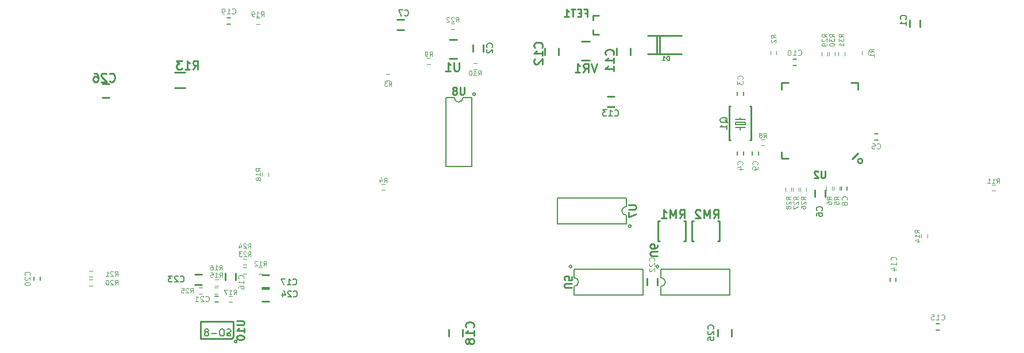
<source format=gbr>
G04 #@! TF.GenerationSoftware,KiCad,Pcbnew,6.0.0-rc1-unknown-ee465fb~66~ubuntu18.04.1*
G04 #@! TF.CreationDate,2018-09-27T12:58:04+03:00*
G04 #@! TF.ProjectId,eduBoard_Rev_A,656475426F6172645F5265765F412E6B,rev?*
G04 #@! TF.SameCoordinates,Original*
G04 #@! TF.FileFunction,Legend,Bot*
G04 #@! TF.FilePolarity,Positive*
%FSLAX46Y46*%
G04 Gerber Fmt 4.6, Leading zero omitted, Abs format (unit mm)*
G04 Created by KiCad (PCBNEW 6.0.0-rc1-unknown-ee465fb~66~ubuntu18.04.1) date Thu Sep 27 12:58:04 2018*
%MOMM*%
%LPD*%
G01*
G04 APERTURE LIST*
%ADD10C,0.254000*%
%ADD11C,0.100000*%
%ADD12C,0.127000*%
%ADD13C,0.150000*%
%ADD14C,0.203200*%
%ADD15C,0.158750*%
%ADD16C,0.250000*%
G04 APERTURE END LIST*
D10*
G04 #@! TO.C,C26*
X58608000Y-33784000D02*
X57592000Y-33784000D01*
X58608000Y-35816000D02*
X57592000Y-35816000D01*
G04 #@! TO.C,C17*
X82108000Y-61984000D02*
X81092000Y-61984000D01*
X82108000Y-64016000D02*
X81092000Y-64016000D01*
G04 #@! TO.C,C24*
X82108000Y-63784000D02*
X81092000Y-63784000D01*
X82108000Y-65816000D02*
X81092000Y-65816000D01*
G04 #@! TO.C,C25*
X150316000Y-71008000D02*
X150316000Y-69992000D01*
X148284000Y-71008000D02*
X148284000Y-69992000D01*
G04 #@! TO.C,C22*
X139362000Y-63508000D02*
X139362000Y-62492000D01*
X137838000Y-63508000D02*
X137838000Y-62492000D01*
G04 #@! TO.C,C16*
X77262000Y-62708000D02*
X77262000Y-61692000D01*
X75738000Y-62708000D02*
X75738000Y-61692000D01*
D11*
G04 #@! TO.C,R31*
X166944500Y-29146000D02*
X166944500Y-29654000D01*
X166055500Y-29654000D02*
X166055500Y-29146000D01*
G04 #@! TO.C,R30*
X165544500Y-29146000D02*
X165544500Y-29654000D01*
X164655500Y-29654000D02*
X164655500Y-29146000D01*
G04 #@! TO.C,R29*
X164444500Y-29146000D02*
X164444500Y-29654000D01*
X163555500Y-29654000D02*
X163555500Y-29146000D01*
G04 #@! TO.C,R28*
X158255500Y-49554000D02*
X158255500Y-49046000D01*
X159144500Y-49046000D02*
X159144500Y-49554000D01*
G04 #@! TO.C,R27*
X159355500Y-49554000D02*
X159355500Y-49046000D01*
X160244500Y-49046000D02*
X160244500Y-49554000D01*
G04 #@! TO.C,R26*
X160455500Y-49554000D02*
X160455500Y-49046000D01*
X161344500Y-49046000D02*
X161344500Y-49554000D01*
D10*
G04 #@! TO.C,C23*
X72208000Y-61838000D02*
X71192000Y-61838000D01*
X72208000Y-63362000D02*
X71192000Y-63362000D01*
D12*
G04 #@! TO.C,U10*
X76475566Y-70735000D02*
G75*
G03X76475566Y-70735000I-197566J0D01*
G01*
D10*
X76897760Y-68835080D02*
X72102240Y-68835080D01*
X76897760Y-71098220D02*
X76897760Y-68835080D01*
X76633600Y-71364920D02*
X76897760Y-71098220D01*
X72102240Y-71364920D02*
X76633600Y-71364920D01*
X72102240Y-68835080D02*
X72102240Y-71364920D01*
D12*
X77422986Y-71763700D02*
G75*
G03X77422986Y-71763700I-197566J0D01*
G01*
D11*
G04 #@! TO.C,R18*
X82044500Y-46846000D02*
X82044500Y-47354000D01*
X81155500Y-47354000D02*
X81155500Y-46846000D01*
G04 #@! TO.C,R17*
X76754000Y-65944500D02*
X76246000Y-65944500D01*
X76246000Y-65055500D02*
X76754000Y-65055500D01*
G04 #@! TO.C,R16*
X74646000Y-64744500D02*
X74138000Y-64744500D01*
X74138000Y-63855500D02*
X74646000Y-63855500D01*
G04 #@! TO.C,R15*
X74146000Y-62655500D02*
X74654000Y-62655500D01*
X74654000Y-63544500D02*
X74146000Y-63544500D01*
D10*
G04 #@! TO.C,VR1*
X128241200Y-30297000D02*
X129371500Y-30297000D01*
X128241200Y-27490300D02*
X129371500Y-27490300D01*
G04 #@! TO.C,U1*
X109858800Y-27203000D02*
X108728500Y-27203000D01*
X109858800Y-30009700D02*
X108728500Y-30009700D01*
D11*
G04 #@! TO.C,R25*
X72354000Y-64744500D02*
X71846000Y-64744500D01*
X71846000Y-63855500D02*
X72354000Y-63855500D01*
G04 #@! TO.C,R24*
X78854000Y-60444500D02*
X78346000Y-60444500D01*
X78346000Y-59555500D02*
X78854000Y-59555500D01*
G04 #@! TO.C,R23*
X78854000Y-61744500D02*
X78346000Y-61744500D01*
X78346000Y-60855500D02*
X78854000Y-60855500D01*
G04 #@! TO.C,R22*
X109454000Y-25744500D02*
X108946000Y-25744500D01*
X108946000Y-24855500D02*
X109454000Y-24855500D01*
G04 #@! TO.C,R21*
X56154000Y-62244500D02*
X55646000Y-62244500D01*
X55646000Y-61355500D02*
X56154000Y-61355500D01*
G04 #@! TO.C,R20*
X56162000Y-63544500D02*
X55654000Y-63544500D01*
X55654000Y-62655500D02*
X56162000Y-62655500D01*
G04 #@! TO.C,R19*
X80754000Y-24944500D02*
X80246000Y-24944500D01*
X80246000Y-24055500D02*
X80754000Y-24055500D01*
G04 #@! TO.C,R14*
X179144500Y-55946000D02*
X179144500Y-56454000D01*
X178255500Y-56454000D02*
X178255500Y-55946000D01*
D10*
G04 #@! TO.C,R13*
X68238000Y-32057000D02*
X69762000Y-32057000D01*
X68238000Y-34343000D02*
X69762000Y-34343000D01*
D11*
G04 #@! TO.C,R12*
X80646000Y-60855500D02*
X81154000Y-60855500D01*
X81154000Y-61744500D02*
X80646000Y-61744500D01*
G04 #@! TO.C,R11*
X189154000Y-49544500D02*
X188646000Y-49544500D01*
X188646000Y-48655500D02*
X189154000Y-48655500D01*
G04 #@! TO.C,R10*
X112754000Y-31644500D02*
X112246000Y-31644500D01*
X112246000Y-30755500D02*
X112754000Y-30755500D01*
G04 #@! TO.C,R9*
X105954000Y-30844500D02*
X105446000Y-30844500D01*
X105446000Y-29955500D02*
X105954000Y-29955500D01*
G04 #@! TO.C,R8*
X155154000Y-42844500D02*
X154646000Y-42844500D01*
X154646000Y-41955500D02*
X155154000Y-41955500D01*
G04 #@! TO.C,R6*
X165144500Y-48946000D02*
X165144500Y-49454000D01*
X164255500Y-49454000D02*
X164255500Y-48946000D01*
G04 #@! TO.C,R5*
X166244500Y-48946000D02*
X166244500Y-49454000D01*
X165355500Y-49454000D02*
X165355500Y-48946000D01*
G04 #@! TO.C,R4*
X99254000Y-49444500D02*
X98746000Y-49444500D01*
X98746000Y-48555500D02*
X99254000Y-48555500D01*
G04 #@! TO.C,R3*
X99446000Y-32355500D02*
X99954000Y-32355500D01*
X99954000Y-33244500D02*
X99446000Y-33244500D01*
G04 #@! TO.C,R2*
X156055500Y-29454000D02*
X156055500Y-28946000D01*
X156944500Y-28946000D02*
X156944500Y-29454000D01*
G04 #@! TO.C,R1*
X169555500Y-29454000D02*
X169555500Y-28946000D01*
X170444500Y-28946000D02*
X170444500Y-29454000D01*
D10*
G04 #@! TO.C,FET1*
X129865000Y-24388800D02*
X129865000Y-23677600D01*
X130703200Y-23677600D02*
X129865000Y-23677600D01*
X130703200Y-26522400D02*
X129865000Y-26522400D01*
X129865000Y-26522400D02*
X129865000Y-25811200D01*
G04 #@! TO.C,D1*
X139710000Y-29350000D02*
X139710000Y-26650000D01*
X142900000Y-29350000D02*
X137900000Y-29350000D01*
X139270000Y-29350000D02*
X139270000Y-26650000D01*
X137900000Y-26650000D02*
X142900000Y-26650000D01*
D13*
G04 #@! TO.C,C21*
X74400000Y-65055500D02*
X74146000Y-65055500D01*
X74400000Y-65055500D02*
X74654000Y-65055500D01*
X74400000Y-65944500D02*
X74654000Y-65944500D01*
X74400000Y-65944500D02*
X74146000Y-65944500D01*
G04 #@! TO.C,C20*
X48444500Y-62500000D02*
X48444500Y-62246000D01*
X48444500Y-62500000D02*
X48444500Y-62754000D01*
X47555500Y-62500000D02*
X47555500Y-62754000D01*
X47555500Y-62500000D02*
X47555500Y-62246000D01*
G04 #@! TO.C,C19*
X76200000Y-24944500D02*
X76454000Y-24944500D01*
X76200000Y-24944500D02*
X75946000Y-24944500D01*
X76200000Y-24055500D02*
X75946000Y-24055500D01*
X76200000Y-24055500D02*
X76454000Y-24055500D01*
D10*
G04 #@! TO.C,C18*
X108684000Y-69992000D02*
X108684000Y-71008000D01*
X110716000Y-69992000D02*
X110716000Y-71008000D01*
D13*
G04 #@! TO.C,C15*
X180700000Y-70044500D02*
X180954000Y-70044500D01*
X180700000Y-70044500D02*
X180446000Y-70044500D01*
X180700000Y-69155500D02*
X180446000Y-69155500D01*
X180700000Y-69155500D02*
X180954000Y-69155500D01*
G04 #@! TO.C,C14*
X174544500Y-62600000D02*
X174544500Y-62346000D01*
X174544500Y-62600000D02*
X174544500Y-62854000D01*
X173655500Y-62600000D02*
X173655500Y-62854000D01*
X173655500Y-62600000D02*
X173655500Y-62346000D01*
D10*
G04 #@! TO.C,C13*
X133008000Y-35638000D02*
X131992000Y-35638000D01*
X133008000Y-37162000D02*
X131992000Y-37162000D01*
G04 #@! TO.C,C12*
X122784000Y-28492000D02*
X122784000Y-29508000D01*
X124816000Y-28492000D02*
X124816000Y-29508000D01*
G04 #@! TO.C,C11*
X133384000Y-28492000D02*
X133384000Y-29508000D01*
X135416000Y-28492000D02*
X135416000Y-29508000D01*
D13*
G04 #@! TO.C,C10*
X159600000Y-31044500D02*
X159854000Y-31044500D01*
X159600000Y-31044500D02*
X159346000Y-31044500D01*
X159600000Y-30155500D02*
X159346000Y-30155500D01*
X159600000Y-30155500D02*
X159854000Y-30155500D01*
G04 #@! TO.C,C9*
X154244500Y-44000000D02*
X154244500Y-43746000D01*
X154244500Y-44000000D02*
X154244500Y-44254000D01*
X153355500Y-44000000D02*
X153355500Y-44254000D01*
X153355500Y-44000000D02*
X153355500Y-43746000D01*
G04 #@! TO.C,C8*
X167344500Y-49200000D02*
X167344500Y-48946000D01*
X167344500Y-49200000D02*
X167344500Y-49454000D01*
X166455500Y-49200000D02*
X166455500Y-49454000D01*
X166455500Y-49200000D02*
X166455500Y-48946000D01*
D10*
G04 #@! TO.C,C7*
X102008000Y-24238000D02*
X100992000Y-24238000D01*
X102008000Y-25762000D02*
X100992000Y-25762000D01*
G04 #@! TO.C,C6*
X162538000Y-49392000D02*
X162538000Y-50408000D01*
X164062000Y-49392000D02*
X164062000Y-50408000D01*
D13*
G04 #@! TO.C,C5*
X171600000Y-41155500D02*
X171346000Y-41155500D01*
X171600000Y-41155500D02*
X171854000Y-41155500D01*
X171600000Y-42044500D02*
X171854000Y-42044500D01*
X171600000Y-42044500D02*
X171346000Y-42044500D01*
G04 #@! TO.C,C4*
X151155500Y-44000000D02*
X151155500Y-44254000D01*
X151155500Y-44000000D02*
X151155500Y-43746000D01*
X152044500Y-44000000D02*
X152044500Y-43746000D01*
X152044500Y-44000000D02*
X152044500Y-44254000D01*
G04 #@! TO.C,C3*
X152044500Y-35200000D02*
X152044500Y-34946000D01*
X152044500Y-35200000D02*
X152044500Y-35454000D01*
X151155500Y-35200000D02*
X151155500Y-35454000D01*
X151155500Y-35200000D02*
X151155500Y-34946000D01*
D10*
G04 #@! TO.C,C2*
X112238000Y-27992000D02*
X112238000Y-29008000D01*
X113762000Y-27992000D02*
X113762000Y-29008000D01*
G04 #@! TO.C,C1*
X176538000Y-24392000D02*
X176538000Y-25408000D01*
X178062000Y-24392000D02*
X178062000Y-25408000D01*
G04 #@! TO.C,RM2*
X148493900Y-54026800D02*
X148493900Y-56973200D01*
X148481200Y-54026800D02*
X148303400Y-54026800D01*
X148506600Y-56973200D02*
X148290700Y-56973200D01*
X144683900Y-54026800D02*
X144493400Y-54026800D01*
X144493400Y-54026800D02*
X144493400Y-56973200D01*
X144493400Y-56973200D02*
X144709300Y-56973200D01*
G04 #@! TO.C,RM1*
X143493900Y-54026800D02*
X143493900Y-56973200D01*
X143481200Y-54026800D02*
X143303400Y-54026800D01*
X143506600Y-56973200D02*
X143290700Y-56973200D01*
X139683900Y-54026800D02*
X139493400Y-54026800D01*
X139493400Y-54026800D02*
X139493400Y-56973200D01*
X139493400Y-56973200D02*
X139709300Y-56973200D01*
D12*
G04 #@! TO.C,U7*
X135518586Y-54773300D02*
G75*
G03X135518586Y-54773300I-197566J0D01*
G01*
D13*
X134780000Y-54405000D02*
X134780000Y-53135000D01*
X124620000Y-54405000D02*
X134780000Y-54405000D01*
X124620000Y-50595000D02*
X124620000Y-54405000D01*
X134780000Y-50595000D02*
X124620000Y-50595000D01*
X134780000Y-51865000D02*
X134780000Y-50595000D01*
X134780000Y-53135000D02*
G75*
G02X134145000Y-52500000I0J635000D01*
G01*
X134145000Y-52500000D02*
G75*
G02X134780000Y-51865000I635000J0D01*
G01*
D12*
G04 #@! TO.C,U5*
X126776546Y-60726700D02*
G75*
G03X126776546Y-60726700I-197566J0D01*
G01*
D13*
X127120000Y-61095000D02*
X127120000Y-62365000D01*
X137280000Y-61095000D02*
X127120000Y-61095000D01*
X137280000Y-64905000D02*
X137280000Y-61095000D01*
X127120000Y-64905000D02*
X137280000Y-64905000D01*
X127120000Y-63635000D02*
X127120000Y-64905000D01*
X127120000Y-62365000D02*
G75*
G02X127755000Y-63000000I0J-635000D01*
G01*
X127755000Y-63000000D02*
G75*
G02X127120000Y-63635000I-635000J0D01*
G01*
D12*
G04 #@! TO.C,U6*
X139576546Y-60726700D02*
G75*
G03X139576546Y-60726700I-197566J0D01*
G01*
D13*
X139920000Y-61095000D02*
X139920000Y-62365000D01*
X150080000Y-61095000D02*
X139920000Y-61095000D01*
X150080000Y-64905000D02*
X150080000Y-61095000D01*
X139920000Y-64905000D02*
X150080000Y-64905000D01*
X139920000Y-63635000D02*
X139920000Y-64905000D01*
X139920000Y-62365000D02*
G75*
G02X140555000Y-63000000I0J-635000D01*
G01*
X140555000Y-63000000D02*
G75*
G02X139920000Y-63635000I-635000J0D01*
G01*
D12*
G04 #@! TO.C,U8*
X112570866Y-35278980D02*
G75*
G03X112570866Y-35278980I-197566J0D01*
G01*
D13*
X112005000Y-35820000D02*
X110735000Y-35820000D01*
X112005000Y-45980000D02*
X112005000Y-35820000D01*
X108195000Y-45980000D02*
X112005000Y-45980000D01*
X108195000Y-35820000D02*
X108195000Y-45980000D01*
X109465000Y-35820000D02*
X108195000Y-35820000D01*
X110735000Y-35820000D02*
G75*
G02X110100000Y-36455000I-635000J0D01*
G01*
X110100000Y-36455000D02*
G75*
G02X109465000Y-35820000I0J635000D01*
G01*
D10*
G04 #@! TO.C,U2*
X169603553Y-45150000D02*
G75*
G03X169603553Y-45150000I-353553J0D01*
G01*
X168900000Y-34600000D02*
X168900000Y-33600000D01*
X168900000Y-33600000D02*
X167900000Y-33600000D01*
X158700000Y-33600000D02*
X157700000Y-33600000D01*
X157700000Y-33600000D02*
X157700000Y-34600000D01*
X157700000Y-43800000D02*
X157700000Y-44800000D01*
X157700000Y-44800000D02*
X158700000Y-44800000D01*
X168900000Y-44000000D02*
X168100000Y-44860000D01*
D14*
G04 #@! TO.C,Q1*
X151600000Y-40174040D02*
X152298500Y-40174040D01*
X150901500Y-40174040D02*
X151600000Y-40174040D01*
X151600000Y-39025960D02*
X152298500Y-39025960D01*
X150901500Y-39025960D02*
X151600000Y-39025960D01*
X151600000Y-40174040D02*
X151600000Y-40499160D01*
X151600000Y-39025960D02*
X151600000Y-38726240D01*
X150901500Y-39798120D02*
X150901500Y-39401880D01*
X152298500Y-39798120D02*
X150901500Y-39798120D01*
X152298500Y-39401880D02*
X152298500Y-39798120D01*
X150901500Y-39401880D02*
X152298500Y-39401880D01*
D10*
X153047800Y-37100640D02*
X153197660Y-37100640D01*
X150002340Y-37100640D02*
X150152200Y-37100640D01*
X150002340Y-42099360D02*
X150002340Y-37100640D01*
X150152200Y-42099360D02*
X150002340Y-42099360D01*
X153197660Y-42099360D02*
X153047800Y-42099360D01*
X153197660Y-37100640D02*
X153197660Y-42099360D01*
G04 #@! TO.C,C26*
X58666428Y-33348571D02*
X58726904Y-33409047D01*
X58908333Y-33469523D01*
X59029285Y-33469523D01*
X59210714Y-33409047D01*
X59331666Y-33288095D01*
X59392142Y-33167142D01*
X59452619Y-32925238D01*
X59452619Y-32743809D01*
X59392142Y-32501904D01*
X59331666Y-32380952D01*
X59210714Y-32260000D01*
X59029285Y-32199523D01*
X58908333Y-32199523D01*
X58726904Y-32260000D01*
X58666428Y-32320476D01*
X58182619Y-32320476D02*
X58122142Y-32260000D01*
X58001190Y-32199523D01*
X57698809Y-32199523D01*
X57577857Y-32260000D01*
X57517380Y-32320476D01*
X57456904Y-32441428D01*
X57456904Y-32562380D01*
X57517380Y-32743809D01*
X58243095Y-33469523D01*
X57456904Y-33469523D01*
X56368333Y-32199523D02*
X56610238Y-32199523D01*
X56731190Y-32260000D01*
X56791666Y-32320476D01*
X56912619Y-32501904D01*
X56973095Y-32743809D01*
X56973095Y-33227619D01*
X56912619Y-33348571D01*
X56852142Y-33409047D01*
X56731190Y-33469523D01*
X56489285Y-33469523D01*
X56368333Y-33409047D01*
X56307857Y-33348571D01*
X56247380Y-33227619D01*
X56247380Y-32925238D01*
X56307857Y-32804285D01*
X56368333Y-32743809D01*
X56489285Y-32683333D01*
X56731190Y-32683333D01*
X56852142Y-32743809D01*
X56912619Y-32804285D01*
X56973095Y-32925238D01*
G04 #@! TO.C,C17*
D13*
X85678571Y-63321428D02*
X85721428Y-63364285D01*
X85850000Y-63407142D01*
X85935714Y-63407142D01*
X86064285Y-63364285D01*
X86150000Y-63278571D01*
X86192857Y-63192857D01*
X86235714Y-63021428D01*
X86235714Y-62892857D01*
X86192857Y-62721428D01*
X86150000Y-62635714D01*
X86064285Y-62550000D01*
X85935714Y-62507142D01*
X85850000Y-62507142D01*
X85721428Y-62550000D01*
X85678571Y-62592857D01*
X84821428Y-63407142D02*
X85335714Y-63407142D01*
X85078571Y-63407142D02*
X85078571Y-62507142D01*
X85164285Y-62635714D01*
X85250000Y-62721428D01*
X85335714Y-62764285D01*
X84521428Y-62507142D02*
X83921428Y-62507142D01*
X84307142Y-63407142D01*
G04 #@! TO.C,C24*
X85778571Y-65121428D02*
X85821428Y-65164285D01*
X85950000Y-65207142D01*
X86035714Y-65207142D01*
X86164285Y-65164285D01*
X86250000Y-65078571D01*
X86292857Y-64992857D01*
X86335714Y-64821428D01*
X86335714Y-64692857D01*
X86292857Y-64521428D01*
X86250000Y-64435714D01*
X86164285Y-64350000D01*
X86035714Y-64307142D01*
X85950000Y-64307142D01*
X85821428Y-64350000D01*
X85778571Y-64392857D01*
X85435714Y-64392857D02*
X85392857Y-64350000D01*
X85307142Y-64307142D01*
X85092857Y-64307142D01*
X85007142Y-64350000D01*
X84964285Y-64392857D01*
X84921428Y-64478571D01*
X84921428Y-64564285D01*
X84964285Y-64692857D01*
X85478571Y-65207142D01*
X84921428Y-65207142D01*
X84150000Y-64607142D02*
X84150000Y-65207142D01*
X84364285Y-64264285D02*
X84578571Y-64907142D01*
X84021428Y-64907142D01*
G04 #@! TO.C,C25*
X147621428Y-69921428D02*
X147664285Y-69878571D01*
X147707142Y-69750000D01*
X147707142Y-69664285D01*
X147664285Y-69535714D01*
X147578571Y-69450000D01*
X147492857Y-69407142D01*
X147321428Y-69364285D01*
X147192857Y-69364285D01*
X147021428Y-69407142D01*
X146935714Y-69450000D01*
X146850000Y-69535714D01*
X146807142Y-69664285D01*
X146807142Y-69750000D01*
X146850000Y-69878571D01*
X146892857Y-69921428D01*
X146892857Y-70264285D02*
X146850000Y-70307142D01*
X146807142Y-70392857D01*
X146807142Y-70607142D01*
X146850000Y-70692857D01*
X146892857Y-70735714D01*
X146978571Y-70778571D01*
X147064285Y-70778571D01*
X147192857Y-70735714D01*
X147707142Y-70221428D01*
X147707142Y-70778571D01*
X146807142Y-71592857D02*
X146807142Y-71164285D01*
X147235714Y-71121428D01*
X147192857Y-71164285D01*
X147150000Y-71250000D01*
X147150000Y-71464285D01*
X147192857Y-71550000D01*
X147235714Y-71592857D01*
X147321428Y-71635714D01*
X147535714Y-71635714D01*
X147621428Y-71592857D01*
X147664285Y-71550000D01*
X147707142Y-71464285D01*
X147707142Y-71250000D01*
X147664285Y-71164285D01*
X147621428Y-71121428D01*
G04 #@! TO.C,C22*
D11*
X138885714Y-59885714D02*
X138923809Y-59847619D01*
X138961904Y-59733333D01*
X138961904Y-59657142D01*
X138923809Y-59542857D01*
X138847619Y-59466666D01*
X138771428Y-59428571D01*
X138619047Y-59390476D01*
X138504761Y-59390476D01*
X138352380Y-59428571D01*
X138276190Y-59466666D01*
X138200000Y-59542857D01*
X138161904Y-59657142D01*
X138161904Y-59733333D01*
X138200000Y-59847619D01*
X138238095Y-59885714D01*
X138238095Y-60190476D02*
X138200000Y-60228571D01*
X138161904Y-60304761D01*
X138161904Y-60495238D01*
X138200000Y-60571428D01*
X138238095Y-60609523D01*
X138314285Y-60647619D01*
X138390476Y-60647619D01*
X138504761Y-60609523D01*
X138961904Y-60152380D01*
X138961904Y-60647619D01*
X138238095Y-60952380D02*
X138200000Y-60990476D01*
X138161904Y-61066666D01*
X138161904Y-61257142D01*
X138200000Y-61333333D01*
X138238095Y-61371428D01*
X138314285Y-61409523D01*
X138390476Y-61409523D01*
X138504761Y-61371428D01*
X138961904Y-60914285D01*
X138961904Y-61409523D01*
G04 #@! TO.C,C16*
X78385714Y-62485714D02*
X78423809Y-62447619D01*
X78461904Y-62333333D01*
X78461904Y-62257142D01*
X78423809Y-62142857D01*
X78347619Y-62066666D01*
X78271428Y-62028571D01*
X78119047Y-61990476D01*
X78004761Y-61990476D01*
X77852380Y-62028571D01*
X77776190Y-62066666D01*
X77700000Y-62142857D01*
X77661904Y-62257142D01*
X77661904Y-62333333D01*
X77700000Y-62447619D01*
X77738095Y-62485714D01*
X78461904Y-63247619D02*
X78461904Y-62790476D01*
X78461904Y-63019047D02*
X77661904Y-63019047D01*
X77776190Y-62942857D01*
X77852380Y-62866666D01*
X77890476Y-62790476D01*
X77661904Y-63933333D02*
X77661904Y-63780952D01*
X77700000Y-63704761D01*
X77738095Y-63666666D01*
X77852380Y-63590476D01*
X78004761Y-63552380D01*
X78309523Y-63552380D01*
X78385714Y-63590476D01*
X78423809Y-63628571D01*
X78461904Y-63704761D01*
X78461904Y-63857142D01*
X78423809Y-63933333D01*
X78385714Y-63971428D01*
X78309523Y-64009523D01*
X78119047Y-64009523D01*
X78042857Y-63971428D01*
X78004761Y-63933333D01*
X77966666Y-63857142D01*
X77966666Y-63704761D01*
X78004761Y-63628571D01*
X78042857Y-63590476D01*
X78119047Y-63552380D01*
G04 #@! TO.C,R31*
X166816666Y-26850000D02*
X166483333Y-26616666D01*
X166816666Y-26450000D02*
X166116666Y-26450000D01*
X166116666Y-26716666D01*
X166150000Y-26783333D01*
X166183333Y-26816666D01*
X166250000Y-26850000D01*
X166350000Y-26850000D01*
X166416666Y-26816666D01*
X166450000Y-26783333D01*
X166483333Y-26716666D01*
X166483333Y-26450000D01*
X166116666Y-27083333D02*
X166116666Y-27516666D01*
X166383333Y-27283333D01*
X166383333Y-27383333D01*
X166416666Y-27450000D01*
X166450000Y-27483333D01*
X166516666Y-27516666D01*
X166683333Y-27516666D01*
X166750000Y-27483333D01*
X166783333Y-27450000D01*
X166816666Y-27383333D01*
X166816666Y-27183333D01*
X166783333Y-27116666D01*
X166750000Y-27083333D01*
X166816666Y-28183333D02*
X166816666Y-27783333D01*
X166816666Y-27983333D02*
X166116666Y-27983333D01*
X166216666Y-27916666D01*
X166283333Y-27850000D01*
X166316666Y-27783333D01*
G04 #@! TO.C,R30*
X165416666Y-26850000D02*
X165083333Y-26616666D01*
X165416666Y-26450000D02*
X164716666Y-26450000D01*
X164716666Y-26716666D01*
X164750000Y-26783333D01*
X164783333Y-26816666D01*
X164850000Y-26850000D01*
X164950000Y-26850000D01*
X165016666Y-26816666D01*
X165050000Y-26783333D01*
X165083333Y-26716666D01*
X165083333Y-26450000D01*
X164716666Y-27083333D02*
X164716666Y-27516666D01*
X164983333Y-27283333D01*
X164983333Y-27383333D01*
X165016666Y-27450000D01*
X165050000Y-27483333D01*
X165116666Y-27516666D01*
X165283333Y-27516666D01*
X165350000Y-27483333D01*
X165383333Y-27450000D01*
X165416666Y-27383333D01*
X165416666Y-27183333D01*
X165383333Y-27116666D01*
X165350000Y-27083333D01*
X164716666Y-27950000D02*
X164716666Y-28016666D01*
X164750000Y-28083333D01*
X164783333Y-28116666D01*
X164850000Y-28150000D01*
X164983333Y-28183333D01*
X165150000Y-28183333D01*
X165283333Y-28150000D01*
X165350000Y-28116666D01*
X165383333Y-28083333D01*
X165416666Y-28016666D01*
X165416666Y-27950000D01*
X165383333Y-27883333D01*
X165350000Y-27850000D01*
X165283333Y-27816666D01*
X165150000Y-27783333D01*
X164983333Y-27783333D01*
X164850000Y-27816666D01*
X164783333Y-27850000D01*
X164750000Y-27883333D01*
X164716666Y-27950000D01*
G04 #@! TO.C,R29*
X164316666Y-26850000D02*
X163983333Y-26616666D01*
X164316666Y-26450000D02*
X163616666Y-26450000D01*
X163616666Y-26716666D01*
X163650000Y-26783333D01*
X163683333Y-26816666D01*
X163750000Y-26850000D01*
X163850000Y-26850000D01*
X163916666Y-26816666D01*
X163950000Y-26783333D01*
X163983333Y-26716666D01*
X163983333Y-26450000D01*
X163683333Y-27116666D02*
X163650000Y-27150000D01*
X163616666Y-27216666D01*
X163616666Y-27383333D01*
X163650000Y-27450000D01*
X163683333Y-27483333D01*
X163750000Y-27516666D01*
X163816666Y-27516666D01*
X163916666Y-27483333D01*
X164316666Y-27083333D01*
X164316666Y-27516666D01*
X164316666Y-27850000D02*
X164316666Y-27983333D01*
X164283333Y-28050000D01*
X164250000Y-28083333D01*
X164150000Y-28150000D01*
X164016666Y-28183333D01*
X163750000Y-28183333D01*
X163683333Y-28150000D01*
X163650000Y-28116666D01*
X163616666Y-28050000D01*
X163616666Y-27916666D01*
X163650000Y-27850000D01*
X163683333Y-27816666D01*
X163750000Y-27783333D01*
X163916666Y-27783333D01*
X163983333Y-27816666D01*
X164016666Y-27850000D01*
X164050000Y-27916666D01*
X164050000Y-28050000D01*
X164016666Y-28116666D01*
X163983333Y-28150000D01*
X163916666Y-28183333D01*
G04 #@! TO.C,R28*
X159016666Y-50850000D02*
X158683333Y-50616666D01*
X159016666Y-50450000D02*
X158316666Y-50450000D01*
X158316666Y-50716666D01*
X158350000Y-50783333D01*
X158383333Y-50816666D01*
X158450000Y-50850000D01*
X158550000Y-50850000D01*
X158616666Y-50816666D01*
X158650000Y-50783333D01*
X158683333Y-50716666D01*
X158683333Y-50450000D01*
X158383333Y-51116666D02*
X158350000Y-51150000D01*
X158316666Y-51216666D01*
X158316666Y-51383333D01*
X158350000Y-51450000D01*
X158383333Y-51483333D01*
X158450000Y-51516666D01*
X158516666Y-51516666D01*
X158616666Y-51483333D01*
X159016666Y-51083333D01*
X159016666Y-51516666D01*
X158616666Y-51916666D02*
X158583333Y-51850000D01*
X158550000Y-51816666D01*
X158483333Y-51783333D01*
X158450000Y-51783333D01*
X158383333Y-51816666D01*
X158350000Y-51850000D01*
X158316666Y-51916666D01*
X158316666Y-52050000D01*
X158350000Y-52116666D01*
X158383333Y-52150000D01*
X158450000Y-52183333D01*
X158483333Y-52183333D01*
X158550000Y-52150000D01*
X158583333Y-52116666D01*
X158616666Y-52050000D01*
X158616666Y-51916666D01*
X158650000Y-51850000D01*
X158683333Y-51816666D01*
X158750000Y-51783333D01*
X158883333Y-51783333D01*
X158950000Y-51816666D01*
X158983333Y-51850000D01*
X159016666Y-51916666D01*
X159016666Y-52050000D01*
X158983333Y-52116666D01*
X158950000Y-52150000D01*
X158883333Y-52183333D01*
X158750000Y-52183333D01*
X158683333Y-52150000D01*
X158650000Y-52116666D01*
X158616666Y-52050000D01*
G04 #@! TO.C,R27*
X160116666Y-50850000D02*
X159783333Y-50616666D01*
X160116666Y-50450000D02*
X159416666Y-50450000D01*
X159416666Y-50716666D01*
X159450000Y-50783333D01*
X159483333Y-50816666D01*
X159550000Y-50850000D01*
X159650000Y-50850000D01*
X159716666Y-50816666D01*
X159750000Y-50783333D01*
X159783333Y-50716666D01*
X159783333Y-50450000D01*
X159483333Y-51116666D02*
X159450000Y-51150000D01*
X159416666Y-51216666D01*
X159416666Y-51383333D01*
X159450000Y-51450000D01*
X159483333Y-51483333D01*
X159550000Y-51516666D01*
X159616666Y-51516666D01*
X159716666Y-51483333D01*
X160116666Y-51083333D01*
X160116666Y-51516666D01*
X159416666Y-51750000D02*
X159416666Y-52216666D01*
X160116666Y-51916666D01*
G04 #@! TO.C,R26*
X161216666Y-50850000D02*
X160883333Y-50616666D01*
X161216666Y-50450000D02*
X160516666Y-50450000D01*
X160516666Y-50716666D01*
X160550000Y-50783333D01*
X160583333Y-50816666D01*
X160650000Y-50850000D01*
X160750000Y-50850000D01*
X160816666Y-50816666D01*
X160850000Y-50783333D01*
X160883333Y-50716666D01*
X160883333Y-50450000D01*
X160583333Y-51116666D02*
X160550000Y-51150000D01*
X160516666Y-51216666D01*
X160516666Y-51383333D01*
X160550000Y-51450000D01*
X160583333Y-51483333D01*
X160650000Y-51516666D01*
X160716666Y-51516666D01*
X160816666Y-51483333D01*
X161216666Y-51083333D01*
X161216666Y-51516666D01*
X160516666Y-52116666D02*
X160516666Y-51983333D01*
X160550000Y-51916666D01*
X160583333Y-51883333D01*
X160683333Y-51816666D01*
X160816666Y-51783333D01*
X161083333Y-51783333D01*
X161150000Y-51816666D01*
X161183333Y-51850000D01*
X161216666Y-51916666D01*
X161216666Y-52050000D01*
X161183333Y-52116666D01*
X161150000Y-52150000D01*
X161083333Y-52183333D01*
X160916666Y-52183333D01*
X160850000Y-52150000D01*
X160816666Y-52116666D01*
X160783333Y-52050000D01*
X160783333Y-51916666D01*
X160816666Y-51850000D01*
X160850000Y-51816666D01*
X160916666Y-51783333D01*
G04 #@! TO.C,C23*
D13*
X69078571Y-62921428D02*
X69121428Y-62964285D01*
X69250000Y-63007142D01*
X69335714Y-63007142D01*
X69464285Y-62964285D01*
X69550000Y-62878571D01*
X69592857Y-62792857D01*
X69635714Y-62621428D01*
X69635714Y-62492857D01*
X69592857Y-62321428D01*
X69550000Y-62235714D01*
X69464285Y-62150000D01*
X69335714Y-62107142D01*
X69250000Y-62107142D01*
X69121428Y-62150000D01*
X69078571Y-62192857D01*
X68735714Y-62192857D02*
X68692857Y-62150000D01*
X68607142Y-62107142D01*
X68392857Y-62107142D01*
X68307142Y-62150000D01*
X68264285Y-62192857D01*
X68221428Y-62278571D01*
X68221428Y-62364285D01*
X68264285Y-62492857D01*
X68778571Y-63007142D01*
X68221428Y-63007142D01*
X67921428Y-62107142D02*
X67364285Y-62107142D01*
X67664285Y-62450000D01*
X67535714Y-62450000D01*
X67450000Y-62492857D01*
X67407142Y-62535714D01*
X67364285Y-62621428D01*
X67364285Y-62835714D01*
X67407142Y-62921428D01*
X67450000Y-62964285D01*
X67535714Y-63007142D01*
X67792857Y-63007142D01*
X67878571Y-62964285D01*
X67921428Y-62921428D01*
G04 #@! TO.C,U10*
D10*
X77387579Y-68730475D02*
X78278055Y-68730475D01*
X78382817Y-68782856D01*
X78435198Y-68835237D01*
X78487579Y-68939999D01*
X78487579Y-69149522D01*
X78435198Y-69254284D01*
X78382817Y-69306665D01*
X78278055Y-69359046D01*
X77387579Y-69359046D01*
X78487579Y-70459046D02*
X78487579Y-69830475D01*
X78487579Y-70144760D02*
X77387579Y-70144760D01*
X77544721Y-70039999D01*
X77649483Y-69935237D01*
X77701864Y-69830475D01*
X77387579Y-71139999D02*
X77387579Y-71244760D01*
X77439960Y-71349522D01*
X77492340Y-71401903D01*
X77597102Y-71454284D01*
X77806626Y-71506665D01*
X78068531Y-71506665D01*
X78278055Y-71454284D01*
X78382817Y-71401903D01*
X78435198Y-71349522D01*
X78487579Y-71244760D01*
X78487579Y-71139999D01*
X78435198Y-71035237D01*
X78382817Y-70982856D01*
X78278055Y-70930475D01*
X78068531Y-70878094D01*
X77806626Y-70878094D01*
X77597102Y-70930475D01*
X77492340Y-70982856D01*
X77439960Y-71035237D01*
X77387579Y-71139999D01*
D14*
X76535238Y-70911238D02*
X76390095Y-70959619D01*
X76148190Y-70959619D01*
X76051428Y-70911238D01*
X76003047Y-70862857D01*
X75954666Y-70766095D01*
X75954666Y-70669333D01*
X76003047Y-70572571D01*
X76051428Y-70524190D01*
X76148190Y-70475809D01*
X76341714Y-70427428D01*
X76438476Y-70379047D01*
X76486857Y-70330666D01*
X76535238Y-70233904D01*
X76535238Y-70137142D01*
X76486857Y-70040380D01*
X76438476Y-69992000D01*
X76341714Y-69943619D01*
X76099809Y-69943619D01*
X75954666Y-69992000D01*
X75325714Y-69943619D02*
X75132190Y-69943619D01*
X75035428Y-69992000D01*
X74938666Y-70088761D01*
X74890285Y-70282285D01*
X74890285Y-70620952D01*
X74938666Y-70814476D01*
X75035428Y-70911238D01*
X75132190Y-70959619D01*
X75325714Y-70959619D01*
X75422476Y-70911238D01*
X75519238Y-70814476D01*
X75567619Y-70620952D01*
X75567619Y-70282285D01*
X75519238Y-70088761D01*
X75422476Y-69992000D01*
X75325714Y-69943619D01*
X74454857Y-70572571D02*
X73680761Y-70572571D01*
X73051809Y-70379047D02*
X73148571Y-70330666D01*
X73196952Y-70282285D01*
X73245333Y-70185523D01*
X73245333Y-70137142D01*
X73196952Y-70040380D01*
X73148571Y-69992000D01*
X73051809Y-69943619D01*
X72858285Y-69943619D01*
X72761523Y-69992000D01*
X72713142Y-70040380D01*
X72664761Y-70137142D01*
X72664761Y-70185523D01*
X72713142Y-70282285D01*
X72761523Y-70330666D01*
X72858285Y-70379047D01*
X73051809Y-70379047D01*
X73148571Y-70427428D01*
X73196952Y-70475809D01*
X73245333Y-70572571D01*
X73245333Y-70766095D01*
X73196952Y-70862857D01*
X73148571Y-70911238D01*
X73051809Y-70959619D01*
X72858285Y-70959619D01*
X72761523Y-70911238D01*
X72713142Y-70862857D01*
X72664761Y-70766095D01*
X72664761Y-70572571D01*
X72713142Y-70475809D01*
X72761523Y-70427428D01*
X72858285Y-70379047D01*
G04 #@! TO.C,R18*
D11*
X80916666Y-46650000D02*
X80583333Y-46416666D01*
X80916666Y-46250000D02*
X80216666Y-46250000D01*
X80216666Y-46516666D01*
X80250000Y-46583333D01*
X80283333Y-46616666D01*
X80350000Y-46650000D01*
X80450000Y-46650000D01*
X80516666Y-46616666D01*
X80550000Y-46583333D01*
X80583333Y-46516666D01*
X80583333Y-46250000D01*
X80916666Y-47316666D02*
X80916666Y-46916666D01*
X80916666Y-47116666D02*
X80216666Y-47116666D01*
X80316666Y-47050000D01*
X80383333Y-46983333D01*
X80416666Y-46916666D01*
X80516666Y-47716666D02*
X80483333Y-47650000D01*
X80450000Y-47616666D01*
X80383333Y-47583333D01*
X80350000Y-47583333D01*
X80283333Y-47616666D01*
X80250000Y-47650000D01*
X80216666Y-47716666D01*
X80216666Y-47850000D01*
X80250000Y-47916666D01*
X80283333Y-47950000D01*
X80350000Y-47983333D01*
X80383333Y-47983333D01*
X80450000Y-47950000D01*
X80483333Y-47916666D01*
X80516666Y-47850000D01*
X80516666Y-47716666D01*
X80550000Y-47650000D01*
X80583333Y-47616666D01*
X80650000Y-47583333D01*
X80783333Y-47583333D01*
X80850000Y-47616666D01*
X80883333Y-47650000D01*
X80916666Y-47716666D01*
X80916666Y-47850000D01*
X80883333Y-47916666D01*
X80850000Y-47950000D01*
X80783333Y-47983333D01*
X80650000Y-47983333D01*
X80583333Y-47950000D01*
X80550000Y-47916666D01*
X80516666Y-47850000D01*
G04 #@! TO.C,R17*
X76950000Y-64816666D02*
X77183333Y-64483333D01*
X77350000Y-64816666D02*
X77350000Y-64116666D01*
X77083333Y-64116666D01*
X77016666Y-64150000D01*
X76983333Y-64183333D01*
X76950000Y-64250000D01*
X76950000Y-64350000D01*
X76983333Y-64416666D01*
X77016666Y-64450000D01*
X77083333Y-64483333D01*
X77350000Y-64483333D01*
X76283333Y-64816666D02*
X76683333Y-64816666D01*
X76483333Y-64816666D02*
X76483333Y-64116666D01*
X76550000Y-64216666D01*
X76616666Y-64283333D01*
X76683333Y-64316666D01*
X76050000Y-64116666D02*
X75583333Y-64116666D01*
X75883333Y-64816666D01*
G04 #@! TO.C,R16*
X74842000Y-61216666D02*
X75075333Y-60883333D01*
X75242000Y-61216666D02*
X75242000Y-60516666D01*
X74975333Y-60516666D01*
X74908666Y-60550000D01*
X74875333Y-60583333D01*
X74842000Y-60650000D01*
X74842000Y-60750000D01*
X74875333Y-60816666D01*
X74908666Y-60850000D01*
X74975333Y-60883333D01*
X75242000Y-60883333D01*
X74175333Y-61216666D02*
X74575333Y-61216666D01*
X74375333Y-61216666D02*
X74375333Y-60516666D01*
X74442000Y-60616666D01*
X74508666Y-60683333D01*
X74575333Y-60716666D01*
X73575333Y-60516666D02*
X73708666Y-60516666D01*
X73775333Y-60550000D01*
X73808666Y-60583333D01*
X73875333Y-60683333D01*
X73908666Y-60816666D01*
X73908666Y-61083333D01*
X73875333Y-61150000D01*
X73842000Y-61183333D01*
X73775333Y-61216666D01*
X73642000Y-61216666D01*
X73575333Y-61183333D01*
X73542000Y-61150000D01*
X73508666Y-61083333D01*
X73508666Y-60916666D01*
X73542000Y-60850000D01*
X73575333Y-60816666D01*
X73642000Y-60783333D01*
X73775333Y-60783333D01*
X73842000Y-60816666D01*
X73875333Y-60850000D01*
X73908666Y-60916666D01*
G04 #@! TO.C,R15*
X74850000Y-62316666D02*
X75083333Y-61983333D01*
X75250000Y-62316666D02*
X75250000Y-61616666D01*
X74983333Y-61616666D01*
X74916666Y-61650000D01*
X74883333Y-61683333D01*
X74850000Y-61750000D01*
X74850000Y-61850000D01*
X74883333Y-61916666D01*
X74916666Y-61950000D01*
X74983333Y-61983333D01*
X75250000Y-61983333D01*
X74183333Y-62316666D02*
X74583333Y-62316666D01*
X74383333Y-62316666D02*
X74383333Y-61616666D01*
X74450000Y-61716666D01*
X74516666Y-61783333D01*
X74583333Y-61816666D01*
X73550000Y-61616666D02*
X73883333Y-61616666D01*
X73916666Y-61950000D01*
X73883333Y-61916666D01*
X73816666Y-61883333D01*
X73650000Y-61883333D01*
X73583333Y-61916666D01*
X73550000Y-61950000D01*
X73516666Y-62016666D01*
X73516666Y-62183333D01*
X73550000Y-62250000D01*
X73583333Y-62283333D01*
X73650000Y-62316666D01*
X73816666Y-62316666D01*
X73883333Y-62283333D01*
X73916666Y-62250000D01*
G04 #@! TO.C,VR1*
D10*
X130463095Y-30804523D02*
X130039761Y-32074523D01*
X129616428Y-30804523D01*
X128467380Y-32074523D02*
X128890714Y-31469761D01*
X129193095Y-32074523D02*
X129193095Y-30804523D01*
X128709285Y-30804523D01*
X128588333Y-30865000D01*
X128527857Y-30925476D01*
X128467380Y-31046428D01*
X128467380Y-31227857D01*
X128527857Y-31348809D01*
X128588333Y-31409285D01*
X128709285Y-31469761D01*
X129193095Y-31469761D01*
X127257857Y-32074523D02*
X127983571Y-32074523D01*
X127620714Y-32074523D02*
X127620714Y-30804523D01*
X127741666Y-30985952D01*
X127862619Y-31106904D01*
X127983571Y-31167380D01*
G04 #@! TO.C,U1*
X110167619Y-30604523D02*
X110167619Y-31632619D01*
X110107142Y-31753571D01*
X110046666Y-31814047D01*
X109925714Y-31874523D01*
X109683809Y-31874523D01*
X109562857Y-31814047D01*
X109502380Y-31753571D01*
X109441904Y-31632619D01*
X109441904Y-30604523D01*
X108171904Y-31874523D02*
X108897619Y-31874523D01*
X108534761Y-31874523D02*
X108534761Y-30604523D01*
X108655714Y-30785952D01*
X108776666Y-30906904D01*
X108897619Y-30967380D01*
G04 #@! TO.C,R25*
D11*
X70550000Y-64616666D02*
X70783333Y-64283333D01*
X70950000Y-64616666D02*
X70950000Y-63916666D01*
X70683333Y-63916666D01*
X70616666Y-63950000D01*
X70583333Y-63983333D01*
X70550000Y-64050000D01*
X70550000Y-64150000D01*
X70583333Y-64216666D01*
X70616666Y-64250000D01*
X70683333Y-64283333D01*
X70950000Y-64283333D01*
X70283333Y-63983333D02*
X70250000Y-63950000D01*
X70183333Y-63916666D01*
X70016666Y-63916666D01*
X69950000Y-63950000D01*
X69916666Y-63983333D01*
X69883333Y-64050000D01*
X69883333Y-64116666D01*
X69916666Y-64216666D01*
X70316666Y-64616666D01*
X69883333Y-64616666D01*
X69250000Y-63916666D02*
X69583333Y-63916666D01*
X69616666Y-64250000D01*
X69583333Y-64216666D01*
X69516666Y-64183333D01*
X69350000Y-64183333D01*
X69283333Y-64216666D01*
X69250000Y-64250000D01*
X69216666Y-64316666D01*
X69216666Y-64483333D01*
X69250000Y-64550000D01*
X69283333Y-64583333D01*
X69350000Y-64616666D01*
X69516666Y-64616666D01*
X69583333Y-64583333D01*
X69616666Y-64550000D01*
G04 #@! TO.C,R24*
X79050000Y-58016666D02*
X79283333Y-57683333D01*
X79450000Y-58016666D02*
X79450000Y-57316666D01*
X79183333Y-57316666D01*
X79116666Y-57350000D01*
X79083333Y-57383333D01*
X79050000Y-57450000D01*
X79050000Y-57550000D01*
X79083333Y-57616666D01*
X79116666Y-57650000D01*
X79183333Y-57683333D01*
X79450000Y-57683333D01*
X78783333Y-57383333D02*
X78750000Y-57350000D01*
X78683333Y-57316666D01*
X78516666Y-57316666D01*
X78450000Y-57350000D01*
X78416666Y-57383333D01*
X78383333Y-57450000D01*
X78383333Y-57516666D01*
X78416666Y-57616666D01*
X78816666Y-58016666D01*
X78383333Y-58016666D01*
X77783333Y-57550000D02*
X77783333Y-58016666D01*
X77950000Y-57283333D02*
X78116666Y-57783333D01*
X77683333Y-57783333D01*
G04 #@! TO.C,R23*
X79050000Y-59216666D02*
X79283333Y-58883333D01*
X79450000Y-59216666D02*
X79450000Y-58516666D01*
X79183333Y-58516666D01*
X79116666Y-58550000D01*
X79083333Y-58583333D01*
X79050000Y-58650000D01*
X79050000Y-58750000D01*
X79083333Y-58816666D01*
X79116666Y-58850000D01*
X79183333Y-58883333D01*
X79450000Y-58883333D01*
X78783333Y-58583333D02*
X78750000Y-58550000D01*
X78683333Y-58516666D01*
X78516666Y-58516666D01*
X78450000Y-58550000D01*
X78416666Y-58583333D01*
X78383333Y-58650000D01*
X78383333Y-58716666D01*
X78416666Y-58816666D01*
X78816666Y-59216666D01*
X78383333Y-59216666D01*
X78150000Y-58516666D02*
X77716666Y-58516666D01*
X77950000Y-58783333D01*
X77850000Y-58783333D01*
X77783333Y-58816666D01*
X77750000Y-58850000D01*
X77716666Y-58916666D01*
X77716666Y-59083333D01*
X77750000Y-59150000D01*
X77783333Y-59183333D01*
X77850000Y-59216666D01*
X78050000Y-59216666D01*
X78116666Y-59183333D01*
X78150000Y-59150000D01*
G04 #@! TO.C,R22*
X109650000Y-24616666D02*
X109883333Y-24283333D01*
X110050000Y-24616666D02*
X110050000Y-23916666D01*
X109783333Y-23916666D01*
X109716666Y-23950000D01*
X109683333Y-23983333D01*
X109650000Y-24050000D01*
X109650000Y-24150000D01*
X109683333Y-24216666D01*
X109716666Y-24250000D01*
X109783333Y-24283333D01*
X110050000Y-24283333D01*
X109383333Y-23983333D02*
X109350000Y-23950000D01*
X109283333Y-23916666D01*
X109116666Y-23916666D01*
X109050000Y-23950000D01*
X109016666Y-23983333D01*
X108983333Y-24050000D01*
X108983333Y-24116666D01*
X109016666Y-24216666D01*
X109416666Y-24616666D01*
X108983333Y-24616666D01*
X108716666Y-23983333D02*
X108683333Y-23950000D01*
X108616666Y-23916666D01*
X108450000Y-23916666D01*
X108383333Y-23950000D01*
X108350000Y-23983333D01*
X108316666Y-24050000D01*
X108316666Y-24116666D01*
X108350000Y-24216666D01*
X108750000Y-24616666D01*
X108316666Y-24616666D01*
G04 #@! TO.C,R21*
X59450000Y-62116666D02*
X59683333Y-61783333D01*
X59850000Y-62116666D02*
X59850000Y-61416666D01*
X59583333Y-61416666D01*
X59516666Y-61450000D01*
X59483333Y-61483333D01*
X59450000Y-61550000D01*
X59450000Y-61650000D01*
X59483333Y-61716666D01*
X59516666Y-61750000D01*
X59583333Y-61783333D01*
X59850000Y-61783333D01*
X59183333Y-61483333D02*
X59150000Y-61450000D01*
X59083333Y-61416666D01*
X58916666Y-61416666D01*
X58850000Y-61450000D01*
X58816666Y-61483333D01*
X58783333Y-61550000D01*
X58783333Y-61616666D01*
X58816666Y-61716666D01*
X59216666Y-62116666D01*
X58783333Y-62116666D01*
X58116666Y-62116666D02*
X58516666Y-62116666D01*
X58316666Y-62116666D02*
X58316666Y-61416666D01*
X58383333Y-61516666D01*
X58450000Y-61583333D01*
X58516666Y-61616666D01*
G04 #@! TO.C,R20*
X59450000Y-63416666D02*
X59683333Y-63083333D01*
X59850000Y-63416666D02*
X59850000Y-62716666D01*
X59583333Y-62716666D01*
X59516666Y-62750000D01*
X59483333Y-62783333D01*
X59450000Y-62850000D01*
X59450000Y-62950000D01*
X59483333Y-63016666D01*
X59516666Y-63050000D01*
X59583333Y-63083333D01*
X59850000Y-63083333D01*
X59183333Y-62783333D02*
X59150000Y-62750000D01*
X59083333Y-62716666D01*
X58916666Y-62716666D01*
X58850000Y-62750000D01*
X58816666Y-62783333D01*
X58783333Y-62850000D01*
X58783333Y-62916666D01*
X58816666Y-63016666D01*
X59216666Y-63416666D01*
X58783333Y-63416666D01*
X58350000Y-62716666D02*
X58283333Y-62716666D01*
X58216666Y-62750000D01*
X58183333Y-62783333D01*
X58150000Y-62850000D01*
X58116666Y-62983333D01*
X58116666Y-63150000D01*
X58150000Y-63283333D01*
X58183333Y-63350000D01*
X58216666Y-63383333D01*
X58283333Y-63416666D01*
X58350000Y-63416666D01*
X58416666Y-63383333D01*
X58450000Y-63350000D01*
X58483333Y-63283333D01*
X58516666Y-63150000D01*
X58516666Y-62983333D01*
X58483333Y-62850000D01*
X58450000Y-62783333D01*
X58416666Y-62750000D01*
X58350000Y-62716666D01*
G04 #@! TO.C,R19*
X80950000Y-23816666D02*
X81183333Y-23483333D01*
X81350000Y-23816666D02*
X81350000Y-23116666D01*
X81083333Y-23116666D01*
X81016666Y-23150000D01*
X80983333Y-23183333D01*
X80950000Y-23250000D01*
X80950000Y-23350000D01*
X80983333Y-23416666D01*
X81016666Y-23450000D01*
X81083333Y-23483333D01*
X81350000Y-23483333D01*
X80283333Y-23816666D02*
X80683333Y-23816666D01*
X80483333Y-23816666D02*
X80483333Y-23116666D01*
X80550000Y-23216666D01*
X80616666Y-23283333D01*
X80683333Y-23316666D01*
X79950000Y-23816666D02*
X79816666Y-23816666D01*
X79750000Y-23783333D01*
X79716666Y-23750000D01*
X79650000Y-23650000D01*
X79616666Y-23516666D01*
X79616666Y-23250000D01*
X79650000Y-23183333D01*
X79683333Y-23150000D01*
X79750000Y-23116666D01*
X79883333Y-23116666D01*
X79950000Y-23150000D01*
X79983333Y-23183333D01*
X80016666Y-23250000D01*
X80016666Y-23416666D01*
X79983333Y-23483333D01*
X79950000Y-23516666D01*
X79883333Y-23550000D01*
X79750000Y-23550000D01*
X79683333Y-23516666D01*
X79650000Y-23483333D01*
X79616666Y-23416666D01*
G04 #@! TO.C,R14*
X178016666Y-55750000D02*
X177683333Y-55516666D01*
X178016666Y-55350000D02*
X177316666Y-55350000D01*
X177316666Y-55616666D01*
X177350000Y-55683333D01*
X177383333Y-55716666D01*
X177450000Y-55750000D01*
X177550000Y-55750000D01*
X177616666Y-55716666D01*
X177650000Y-55683333D01*
X177683333Y-55616666D01*
X177683333Y-55350000D01*
X178016666Y-56416666D02*
X178016666Y-56016666D01*
X178016666Y-56216666D02*
X177316666Y-56216666D01*
X177416666Y-56150000D01*
X177483333Y-56083333D01*
X177516666Y-56016666D01*
X177550000Y-57016666D02*
X178016666Y-57016666D01*
X177283333Y-56850000D02*
X177783333Y-56683333D01*
X177783333Y-57116666D01*
G04 #@! TO.C,R13*
D10*
X70959428Y-31615523D02*
X71382761Y-31010761D01*
X71685142Y-31615523D02*
X71685142Y-30345523D01*
X71201333Y-30345523D01*
X71080380Y-30406000D01*
X71019904Y-30466476D01*
X70959428Y-30587428D01*
X70959428Y-30768857D01*
X71019904Y-30889809D01*
X71080380Y-30950285D01*
X71201333Y-31010761D01*
X71685142Y-31010761D01*
X69749904Y-31615523D02*
X70475619Y-31615523D01*
X70112761Y-31615523D02*
X70112761Y-30345523D01*
X70233714Y-30526952D01*
X70354666Y-30647904D01*
X70475619Y-30708380D01*
X69326571Y-30345523D02*
X68540380Y-30345523D01*
X68963714Y-30829333D01*
X68782285Y-30829333D01*
X68661333Y-30889809D01*
X68600857Y-30950285D01*
X68540380Y-31071238D01*
X68540380Y-31373619D01*
X68600857Y-31494571D01*
X68661333Y-31555047D01*
X68782285Y-31615523D01*
X69145142Y-31615523D01*
X69266095Y-31555047D01*
X69326571Y-31494571D01*
G04 #@! TO.C,R12*
D11*
X81350000Y-60616666D02*
X81583333Y-60283333D01*
X81750000Y-60616666D02*
X81750000Y-59916666D01*
X81483333Y-59916666D01*
X81416666Y-59950000D01*
X81383333Y-59983333D01*
X81350000Y-60050000D01*
X81350000Y-60150000D01*
X81383333Y-60216666D01*
X81416666Y-60250000D01*
X81483333Y-60283333D01*
X81750000Y-60283333D01*
X80683333Y-60616666D02*
X81083333Y-60616666D01*
X80883333Y-60616666D02*
X80883333Y-59916666D01*
X80950000Y-60016666D01*
X81016666Y-60083333D01*
X81083333Y-60116666D01*
X80416666Y-59983333D02*
X80383333Y-59950000D01*
X80316666Y-59916666D01*
X80150000Y-59916666D01*
X80083333Y-59950000D01*
X80050000Y-59983333D01*
X80016666Y-60050000D01*
X80016666Y-60116666D01*
X80050000Y-60216666D01*
X80450000Y-60616666D01*
X80016666Y-60616666D01*
G04 #@! TO.C,R11*
X189350000Y-48416666D02*
X189583333Y-48083333D01*
X189750000Y-48416666D02*
X189750000Y-47716666D01*
X189483333Y-47716666D01*
X189416666Y-47750000D01*
X189383333Y-47783333D01*
X189350000Y-47850000D01*
X189350000Y-47950000D01*
X189383333Y-48016666D01*
X189416666Y-48050000D01*
X189483333Y-48083333D01*
X189750000Y-48083333D01*
X188683333Y-48416666D02*
X189083333Y-48416666D01*
X188883333Y-48416666D02*
X188883333Y-47716666D01*
X188950000Y-47816666D01*
X189016666Y-47883333D01*
X189083333Y-47916666D01*
X188016666Y-48416666D02*
X188416666Y-48416666D01*
X188216666Y-48416666D02*
X188216666Y-47716666D01*
X188283333Y-47816666D01*
X188350000Y-47883333D01*
X188416666Y-47916666D01*
G04 #@! TO.C,R10*
X112950000Y-32516666D02*
X113183333Y-32183333D01*
X113350000Y-32516666D02*
X113350000Y-31816666D01*
X113083333Y-31816666D01*
X113016666Y-31850000D01*
X112983333Y-31883333D01*
X112950000Y-31950000D01*
X112950000Y-32050000D01*
X112983333Y-32116666D01*
X113016666Y-32150000D01*
X113083333Y-32183333D01*
X113350000Y-32183333D01*
X112283333Y-32516666D02*
X112683333Y-32516666D01*
X112483333Y-32516666D02*
X112483333Y-31816666D01*
X112550000Y-31916666D01*
X112616666Y-31983333D01*
X112683333Y-32016666D01*
X111850000Y-31816666D02*
X111783333Y-31816666D01*
X111716666Y-31850000D01*
X111683333Y-31883333D01*
X111650000Y-31950000D01*
X111616666Y-32083333D01*
X111616666Y-32250000D01*
X111650000Y-32383333D01*
X111683333Y-32450000D01*
X111716666Y-32483333D01*
X111783333Y-32516666D01*
X111850000Y-32516666D01*
X111916666Y-32483333D01*
X111950000Y-32450000D01*
X111983333Y-32383333D01*
X112016666Y-32250000D01*
X112016666Y-32083333D01*
X111983333Y-31950000D01*
X111950000Y-31883333D01*
X111916666Y-31850000D01*
X111850000Y-31816666D01*
G04 #@! TO.C,R9*
X105816666Y-29716666D02*
X106050000Y-29383333D01*
X106216666Y-29716666D02*
X106216666Y-29016666D01*
X105950000Y-29016666D01*
X105883333Y-29050000D01*
X105850000Y-29083333D01*
X105816666Y-29150000D01*
X105816666Y-29250000D01*
X105850000Y-29316666D01*
X105883333Y-29350000D01*
X105950000Y-29383333D01*
X106216666Y-29383333D01*
X105483333Y-29716666D02*
X105350000Y-29716666D01*
X105283333Y-29683333D01*
X105250000Y-29650000D01*
X105183333Y-29550000D01*
X105150000Y-29416666D01*
X105150000Y-29150000D01*
X105183333Y-29083333D01*
X105216666Y-29050000D01*
X105283333Y-29016666D01*
X105416666Y-29016666D01*
X105483333Y-29050000D01*
X105516666Y-29083333D01*
X105550000Y-29150000D01*
X105550000Y-29316666D01*
X105516666Y-29383333D01*
X105483333Y-29416666D01*
X105416666Y-29450000D01*
X105283333Y-29450000D01*
X105216666Y-29416666D01*
X105183333Y-29383333D01*
X105150000Y-29316666D01*
G04 #@! TO.C,R8*
X155016666Y-41716666D02*
X155250000Y-41383333D01*
X155416666Y-41716666D02*
X155416666Y-41016666D01*
X155150000Y-41016666D01*
X155083333Y-41050000D01*
X155050000Y-41083333D01*
X155016666Y-41150000D01*
X155016666Y-41250000D01*
X155050000Y-41316666D01*
X155083333Y-41350000D01*
X155150000Y-41383333D01*
X155416666Y-41383333D01*
X154616666Y-41316666D02*
X154683333Y-41283333D01*
X154716666Y-41250000D01*
X154750000Y-41183333D01*
X154750000Y-41150000D01*
X154716666Y-41083333D01*
X154683333Y-41050000D01*
X154616666Y-41016666D01*
X154483333Y-41016666D01*
X154416666Y-41050000D01*
X154383333Y-41083333D01*
X154350000Y-41150000D01*
X154350000Y-41183333D01*
X154383333Y-41250000D01*
X154416666Y-41283333D01*
X154483333Y-41316666D01*
X154616666Y-41316666D01*
X154683333Y-41350000D01*
X154716666Y-41383333D01*
X154750000Y-41450000D01*
X154750000Y-41583333D01*
X154716666Y-41650000D01*
X154683333Y-41683333D01*
X154616666Y-41716666D01*
X154483333Y-41716666D01*
X154416666Y-41683333D01*
X154383333Y-41650000D01*
X154350000Y-41583333D01*
X154350000Y-41450000D01*
X154383333Y-41383333D01*
X154416666Y-41350000D01*
X154483333Y-41316666D01*
G04 #@! TO.C,R6*
X165016666Y-50883333D02*
X164683333Y-50650000D01*
X165016666Y-50483333D02*
X164316666Y-50483333D01*
X164316666Y-50750000D01*
X164350000Y-50816666D01*
X164383333Y-50850000D01*
X164450000Y-50883333D01*
X164550000Y-50883333D01*
X164616666Y-50850000D01*
X164650000Y-50816666D01*
X164683333Y-50750000D01*
X164683333Y-50483333D01*
X164316666Y-51483333D02*
X164316666Y-51350000D01*
X164350000Y-51283333D01*
X164383333Y-51250000D01*
X164483333Y-51183333D01*
X164616666Y-51150000D01*
X164883333Y-51150000D01*
X164950000Y-51183333D01*
X164983333Y-51216666D01*
X165016666Y-51283333D01*
X165016666Y-51416666D01*
X164983333Y-51483333D01*
X164950000Y-51516666D01*
X164883333Y-51550000D01*
X164716666Y-51550000D01*
X164650000Y-51516666D01*
X164616666Y-51483333D01*
X164583333Y-51416666D01*
X164583333Y-51283333D01*
X164616666Y-51216666D01*
X164650000Y-51183333D01*
X164716666Y-51150000D01*
G04 #@! TO.C,R5*
X166116666Y-50883333D02*
X165783333Y-50650000D01*
X166116666Y-50483333D02*
X165416666Y-50483333D01*
X165416666Y-50750000D01*
X165450000Y-50816666D01*
X165483333Y-50850000D01*
X165550000Y-50883333D01*
X165650000Y-50883333D01*
X165716666Y-50850000D01*
X165750000Y-50816666D01*
X165783333Y-50750000D01*
X165783333Y-50483333D01*
X165416666Y-51516666D02*
X165416666Y-51183333D01*
X165750000Y-51150000D01*
X165716666Y-51183333D01*
X165683333Y-51250000D01*
X165683333Y-51416666D01*
X165716666Y-51483333D01*
X165750000Y-51516666D01*
X165816666Y-51550000D01*
X165983333Y-51550000D01*
X166050000Y-51516666D01*
X166083333Y-51483333D01*
X166116666Y-51416666D01*
X166116666Y-51250000D01*
X166083333Y-51183333D01*
X166050000Y-51150000D01*
G04 #@! TO.C,R4*
X99116666Y-48316666D02*
X99350000Y-47983333D01*
X99516666Y-48316666D02*
X99516666Y-47616666D01*
X99250000Y-47616666D01*
X99183333Y-47650000D01*
X99150000Y-47683333D01*
X99116666Y-47750000D01*
X99116666Y-47850000D01*
X99150000Y-47916666D01*
X99183333Y-47950000D01*
X99250000Y-47983333D01*
X99516666Y-47983333D01*
X98516666Y-47850000D02*
X98516666Y-48316666D01*
X98683333Y-47583333D02*
X98850000Y-48083333D01*
X98416666Y-48083333D01*
G04 #@! TO.C,R3*
X99816666Y-34116666D02*
X100050000Y-33783333D01*
X100216666Y-34116666D02*
X100216666Y-33416666D01*
X99950000Y-33416666D01*
X99883333Y-33450000D01*
X99850000Y-33483333D01*
X99816666Y-33550000D01*
X99816666Y-33650000D01*
X99850000Y-33716666D01*
X99883333Y-33750000D01*
X99950000Y-33783333D01*
X100216666Y-33783333D01*
X99583333Y-33416666D02*
X99150000Y-33416666D01*
X99383333Y-33683333D01*
X99283333Y-33683333D01*
X99216666Y-33716666D01*
X99183333Y-33750000D01*
X99150000Y-33816666D01*
X99150000Y-33983333D01*
X99183333Y-34050000D01*
X99216666Y-34083333D01*
X99283333Y-34116666D01*
X99483333Y-34116666D01*
X99550000Y-34083333D01*
X99583333Y-34050000D01*
G04 #@! TO.C,R2*
X156816666Y-26983333D02*
X156483333Y-26750000D01*
X156816666Y-26583333D02*
X156116666Y-26583333D01*
X156116666Y-26850000D01*
X156150000Y-26916666D01*
X156183333Y-26950000D01*
X156250000Y-26983333D01*
X156350000Y-26983333D01*
X156416666Y-26950000D01*
X156450000Y-26916666D01*
X156483333Y-26850000D01*
X156483333Y-26583333D01*
X156183333Y-27250000D02*
X156150000Y-27283333D01*
X156116666Y-27350000D01*
X156116666Y-27516666D01*
X156150000Y-27583333D01*
X156183333Y-27616666D01*
X156250000Y-27650000D01*
X156316666Y-27650000D01*
X156416666Y-27616666D01*
X156816666Y-27216666D01*
X156816666Y-27650000D01*
G04 #@! TO.C,R1*
X171316666Y-29083333D02*
X170983333Y-28850000D01*
X171316666Y-28683333D02*
X170616666Y-28683333D01*
X170616666Y-28950000D01*
X170650000Y-29016666D01*
X170683333Y-29050000D01*
X170750000Y-29083333D01*
X170850000Y-29083333D01*
X170916666Y-29050000D01*
X170950000Y-29016666D01*
X170983333Y-28950000D01*
X170983333Y-28683333D01*
X171316666Y-29750000D02*
X171316666Y-29350000D01*
X171316666Y-29550000D02*
X170616666Y-29550000D01*
X170716666Y-29483333D01*
X170783333Y-29416666D01*
X170816666Y-29350000D01*
G04 #@! TO.C,FET1*
D10*
X128683333Y-23321428D02*
X129050000Y-23321428D01*
X129050000Y-23897619D02*
X129050000Y-22797619D01*
X128526190Y-22797619D01*
X128107142Y-23321428D02*
X127740476Y-23321428D01*
X127583333Y-23897619D02*
X128107142Y-23897619D01*
X128107142Y-22797619D01*
X127583333Y-22797619D01*
X127269047Y-22797619D02*
X126640476Y-22797619D01*
X126954761Y-23897619D02*
X126954761Y-22797619D01*
X125697619Y-23897619D02*
X126326190Y-23897619D01*
X126011904Y-23897619D02*
X126011904Y-22797619D01*
X126116666Y-22954761D01*
X126221428Y-23059523D01*
X126326190Y-23111904D01*
G04 #@! TO.C,D1*
D15*
X141122690Y-30319261D02*
X141122690Y-29684261D01*
X140971500Y-29684261D01*
X140880785Y-29714500D01*
X140820309Y-29774976D01*
X140790071Y-29835452D01*
X140759833Y-29956404D01*
X140759833Y-30047119D01*
X140790071Y-30168071D01*
X140820309Y-30228547D01*
X140880785Y-30289023D01*
X140971500Y-30319261D01*
X141122690Y-30319261D01*
X140155071Y-30319261D02*
X140517928Y-30319261D01*
X140336500Y-30319261D02*
X140336500Y-29684261D01*
X140396976Y-29774976D01*
X140457452Y-29835452D01*
X140517928Y-29865690D01*
G04 #@! TO.C,C21*
D11*
X72814285Y-65785714D02*
X72852380Y-65823809D01*
X72966666Y-65861904D01*
X73042857Y-65861904D01*
X73157142Y-65823809D01*
X73233333Y-65747619D01*
X73271428Y-65671428D01*
X73309523Y-65519047D01*
X73309523Y-65404761D01*
X73271428Y-65252380D01*
X73233333Y-65176190D01*
X73157142Y-65100000D01*
X73042857Y-65061904D01*
X72966666Y-65061904D01*
X72852380Y-65100000D01*
X72814285Y-65138095D01*
X72509523Y-65138095D02*
X72471428Y-65100000D01*
X72395238Y-65061904D01*
X72204761Y-65061904D01*
X72128571Y-65100000D01*
X72090476Y-65138095D01*
X72052380Y-65214285D01*
X72052380Y-65290476D01*
X72090476Y-65404761D01*
X72547619Y-65861904D01*
X72052380Y-65861904D01*
X71290476Y-65861904D02*
X71747619Y-65861904D01*
X71519047Y-65861904D02*
X71519047Y-65061904D01*
X71595238Y-65176190D01*
X71671428Y-65252380D01*
X71747619Y-65290476D01*
G04 #@! TO.C,C20*
X46888714Y-61985714D02*
X46926809Y-61947619D01*
X46964904Y-61833333D01*
X46964904Y-61757142D01*
X46926809Y-61642857D01*
X46850619Y-61566666D01*
X46774428Y-61528571D01*
X46622047Y-61490476D01*
X46507761Y-61490476D01*
X46355380Y-61528571D01*
X46279190Y-61566666D01*
X46203000Y-61642857D01*
X46164904Y-61757142D01*
X46164904Y-61833333D01*
X46203000Y-61947619D01*
X46241095Y-61985714D01*
X46241095Y-62290476D02*
X46203000Y-62328571D01*
X46164904Y-62404761D01*
X46164904Y-62595238D01*
X46203000Y-62671428D01*
X46241095Y-62709523D01*
X46317285Y-62747619D01*
X46393476Y-62747619D01*
X46507761Y-62709523D01*
X46964904Y-62252380D01*
X46964904Y-62747619D01*
X46164904Y-63242857D02*
X46164904Y-63319047D01*
X46203000Y-63395238D01*
X46241095Y-63433333D01*
X46317285Y-63471428D01*
X46469666Y-63509523D01*
X46660142Y-63509523D01*
X46812523Y-63471428D01*
X46888714Y-63433333D01*
X46926809Y-63395238D01*
X46964904Y-63319047D01*
X46964904Y-63242857D01*
X46926809Y-63166666D01*
X46888714Y-63128571D01*
X46812523Y-63090476D01*
X46660142Y-63052380D01*
X46469666Y-63052380D01*
X46317285Y-63090476D01*
X46241095Y-63128571D01*
X46203000Y-63166666D01*
X46164904Y-63242857D01*
G04 #@! TO.C,C19*
X76714285Y-23388714D02*
X76752380Y-23426809D01*
X76866666Y-23464904D01*
X76942857Y-23464904D01*
X77057142Y-23426809D01*
X77133333Y-23350619D01*
X77171428Y-23274428D01*
X77209523Y-23122047D01*
X77209523Y-23007761D01*
X77171428Y-22855380D01*
X77133333Y-22779190D01*
X77057142Y-22703000D01*
X76942857Y-22664904D01*
X76866666Y-22664904D01*
X76752380Y-22703000D01*
X76714285Y-22741095D01*
X75952380Y-23464904D02*
X76409523Y-23464904D01*
X76180952Y-23464904D02*
X76180952Y-22664904D01*
X76257142Y-22779190D01*
X76333333Y-22855380D01*
X76409523Y-22893476D01*
X75571428Y-23464904D02*
X75419047Y-23464904D01*
X75342857Y-23426809D01*
X75304761Y-23388714D01*
X75228571Y-23274428D01*
X75190476Y-23122047D01*
X75190476Y-22817285D01*
X75228571Y-22741095D01*
X75266666Y-22703000D01*
X75342857Y-22664904D01*
X75495238Y-22664904D01*
X75571428Y-22703000D01*
X75609523Y-22741095D01*
X75647619Y-22817285D01*
X75647619Y-23007761D01*
X75609523Y-23083952D01*
X75571428Y-23122047D01*
X75495238Y-23160142D01*
X75342857Y-23160142D01*
X75266666Y-23122047D01*
X75228571Y-23083952D01*
X75190476Y-23007761D01*
G04 #@! TO.C,C18*
D10*
X112253571Y-69683571D02*
X112314047Y-69623095D01*
X112374523Y-69441666D01*
X112374523Y-69320714D01*
X112314047Y-69139285D01*
X112193095Y-69018333D01*
X112072142Y-68957857D01*
X111830238Y-68897380D01*
X111648809Y-68897380D01*
X111406904Y-68957857D01*
X111285952Y-69018333D01*
X111165000Y-69139285D01*
X111104523Y-69320714D01*
X111104523Y-69441666D01*
X111165000Y-69623095D01*
X111225476Y-69683571D01*
X112374523Y-70893095D02*
X112374523Y-70167380D01*
X112374523Y-70530238D02*
X111104523Y-70530238D01*
X111285952Y-70409285D01*
X111406904Y-70288333D01*
X111467380Y-70167380D01*
X111648809Y-71618809D02*
X111588333Y-71497857D01*
X111527857Y-71437380D01*
X111406904Y-71376904D01*
X111346428Y-71376904D01*
X111225476Y-71437380D01*
X111165000Y-71497857D01*
X111104523Y-71618809D01*
X111104523Y-71860714D01*
X111165000Y-71981666D01*
X111225476Y-72042142D01*
X111346428Y-72102619D01*
X111406904Y-72102619D01*
X111527857Y-72042142D01*
X111588333Y-71981666D01*
X111648809Y-71860714D01*
X111648809Y-71618809D01*
X111709285Y-71497857D01*
X111769761Y-71437380D01*
X111890714Y-71376904D01*
X112132619Y-71376904D01*
X112253571Y-71437380D01*
X112314047Y-71497857D01*
X112374523Y-71618809D01*
X112374523Y-71860714D01*
X112314047Y-71981666D01*
X112253571Y-72042142D01*
X112132619Y-72102619D01*
X111890714Y-72102619D01*
X111769761Y-72042142D01*
X111709285Y-71981666D01*
X111648809Y-71860714D01*
G04 #@! TO.C,C15*
D11*
X181214285Y-68488714D02*
X181252380Y-68526809D01*
X181366666Y-68564904D01*
X181442857Y-68564904D01*
X181557142Y-68526809D01*
X181633333Y-68450619D01*
X181671428Y-68374428D01*
X181709523Y-68222047D01*
X181709523Y-68107761D01*
X181671428Y-67955380D01*
X181633333Y-67879190D01*
X181557142Y-67803000D01*
X181442857Y-67764904D01*
X181366666Y-67764904D01*
X181252380Y-67803000D01*
X181214285Y-67841095D01*
X180452380Y-68564904D02*
X180909523Y-68564904D01*
X180680952Y-68564904D02*
X180680952Y-67764904D01*
X180757142Y-67879190D01*
X180833333Y-67955380D01*
X180909523Y-67993476D01*
X179728571Y-67764904D02*
X180109523Y-67764904D01*
X180147619Y-68145857D01*
X180109523Y-68107761D01*
X180033333Y-68069666D01*
X179842857Y-68069666D01*
X179766666Y-68107761D01*
X179728571Y-68145857D01*
X179690476Y-68222047D01*
X179690476Y-68412523D01*
X179728571Y-68488714D01*
X179766666Y-68526809D01*
X179842857Y-68564904D01*
X180033333Y-68564904D01*
X180109523Y-68526809D01*
X180147619Y-68488714D01*
G04 #@! TO.C,C14*
X174485714Y-59785714D02*
X174523809Y-59747619D01*
X174561904Y-59633333D01*
X174561904Y-59557142D01*
X174523809Y-59442857D01*
X174447619Y-59366666D01*
X174371428Y-59328571D01*
X174219047Y-59290476D01*
X174104761Y-59290476D01*
X173952380Y-59328571D01*
X173876190Y-59366666D01*
X173800000Y-59442857D01*
X173761904Y-59557142D01*
X173761904Y-59633333D01*
X173800000Y-59747619D01*
X173838095Y-59785714D01*
X174561904Y-60547619D02*
X174561904Y-60090476D01*
X174561904Y-60319047D02*
X173761904Y-60319047D01*
X173876190Y-60242857D01*
X173952380Y-60166666D01*
X173990476Y-60090476D01*
X174028571Y-61233333D02*
X174561904Y-61233333D01*
X173723809Y-61042857D02*
X174295238Y-60852380D01*
X174295238Y-61347619D01*
G04 #@! TO.C,C13*
D13*
X133078571Y-38421428D02*
X133121428Y-38464285D01*
X133250000Y-38507142D01*
X133335714Y-38507142D01*
X133464285Y-38464285D01*
X133550000Y-38378571D01*
X133592857Y-38292857D01*
X133635714Y-38121428D01*
X133635714Y-37992857D01*
X133592857Y-37821428D01*
X133550000Y-37735714D01*
X133464285Y-37650000D01*
X133335714Y-37607142D01*
X133250000Y-37607142D01*
X133121428Y-37650000D01*
X133078571Y-37692857D01*
X132221428Y-38507142D02*
X132735714Y-38507142D01*
X132478571Y-38507142D02*
X132478571Y-37607142D01*
X132564285Y-37735714D01*
X132650000Y-37821428D01*
X132735714Y-37864285D01*
X131921428Y-37607142D02*
X131364285Y-37607142D01*
X131664285Y-37950000D01*
X131535714Y-37950000D01*
X131450000Y-37992857D01*
X131407142Y-38035714D01*
X131364285Y-38121428D01*
X131364285Y-38335714D01*
X131407142Y-38421428D01*
X131450000Y-38464285D01*
X131535714Y-38507142D01*
X131792857Y-38507142D01*
X131878571Y-38464285D01*
X131921428Y-38421428D01*
G04 #@! TO.C,C12*
D10*
X122348571Y-28433571D02*
X122409047Y-28373095D01*
X122469523Y-28191666D01*
X122469523Y-28070714D01*
X122409047Y-27889285D01*
X122288095Y-27768333D01*
X122167142Y-27707857D01*
X121925238Y-27647380D01*
X121743809Y-27647380D01*
X121501904Y-27707857D01*
X121380952Y-27768333D01*
X121260000Y-27889285D01*
X121199523Y-28070714D01*
X121199523Y-28191666D01*
X121260000Y-28373095D01*
X121320476Y-28433571D01*
X122469523Y-29643095D02*
X122469523Y-28917380D01*
X122469523Y-29280238D02*
X121199523Y-29280238D01*
X121380952Y-29159285D01*
X121501904Y-29038333D01*
X121562380Y-28917380D01*
X121320476Y-30126904D02*
X121260000Y-30187380D01*
X121199523Y-30308333D01*
X121199523Y-30610714D01*
X121260000Y-30731666D01*
X121320476Y-30792142D01*
X121441428Y-30852619D01*
X121562380Y-30852619D01*
X121743809Y-30792142D01*
X122469523Y-30066428D01*
X122469523Y-30852619D01*
G04 #@! TO.C,C11*
X132853571Y-29483571D02*
X132914047Y-29423095D01*
X132974523Y-29241666D01*
X132974523Y-29120714D01*
X132914047Y-28939285D01*
X132793095Y-28818333D01*
X132672142Y-28757857D01*
X132430238Y-28697380D01*
X132248809Y-28697380D01*
X132006904Y-28757857D01*
X131885952Y-28818333D01*
X131765000Y-28939285D01*
X131704523Y-29120714D01*
X131704523Y-29241666D01*
X131765000Y-29423095D01*
X131825476Y-29483571D01*
X132974523Y-30693095D02*
X132974523Y-29967380D01*
X132974523Y-30330238D02*
X131704523Y-30330238D01*
X131885952Y-30209285D01*
X132006904Y-30088333D01*
X132067380Y-29967380D01*
X132974523Y-31902619D02*
X132974523Y-31176904D01*
X132974523Y-31539761D02*
X131704523Y-31539761D01*
X131885952Y-31418809D01*
X132006904Y-31297857D01*
X132067380Y-31176904D01*
G04 #@! TO.C,C10*
D11*
X160114285Y-29488714D02*
X160152380Y-29526809D01*
X160266666Y-29564904D01*
X160342857Y-29564904D01*
X160457142Y-29526809D01*
X160533333Y-29450619D01*
X160571428Y-29374428D01*
X160609523Y-29222047D01*
X160609523Y-29107761D01*
X160571428Y-28955380D01*
X160533333Y-28879190D01*
X160457142Y-28803000D01*
X160342857Y-28764904D01*
X160266666Y-28764904D01*
X160152380Y-28803000D01*
X160114285Y-28841095D01*
X159352380Y-29564904D02*
X159809523Y-29564904D01*
X159580952Y-29564904D02*
X159580952Y-28764904D01*
X159657142Y-28879190D01*
X159733333Y-28955380D01*
X159809523Y-28993476D01*
X158857142Y-28764904D02*
X158780952Y-28764904D01*
X158704761Y-28803000D01*
X158666666Y-28841095D01*
X158628571Y-28917285D01*
X158590476Y-29069666D01*
X158590476Y-29260142D01*
X158628571Y-29412523D01*
X158666666Y-29488714D01*
X158704761Y-29526809D01*
X158780952Y-29564904D01*
X158857142Y-29564904D01*
X158933333Y-29526809D01*
X158971428Y-29488714D01*
X159009523Y-29412523D01*
X159047619Y-29260142D01*
X159047619Y-29069666D01*
X159009523Y-28917285D01*
X158971428Y-28841095D01*
X158933333Y-28803000D01*
X158857142Y-28764904D01*
G04 #@! TO.C,C9*
X154085714Y-45666666D02*
X154123809Y-45628571D01*
X154161904Y-45514285D01*
X154161904Y-45438095D01*
X154123809Y-45323809D01*
X154047619Y-45247619D01*
X153971428Y-45209523D01*
X153819047Y-45171428D01*
X153704761Y-45171428D01*
X153552380Y-45209523D01*
X153476190Y-45247619D01*
X153400000Y-45323809D01*
X153361904Y-45438095D01*
X153361904Y-45514285D01*
X153400000Y-45628571D01*
X153438095Y-45666666D01*
X154161904Y-46047619D02*
X154161904Y-46200000D01*
X154123809Y-46276190D01*
X154085714Y-46314285D01*
X153971428Y-46390476D01*
X153819047Y-46428571D01*
X153514285Y-46428571D01*
X153438095Y-46390476D01*
X153400000Y-46352380D01*
X153361904Y-46276190D01*
X153361904Y-46123809D01*
X153400000Y-46047619D01*
X153438095Y-46009523D01*
X153514285Y-45971428D01*
X153704761Y-45971428D01*
X153780952Y-46009523D01*
X153819047Y-46047619D01*
X153857142Y-46123809D01*
X153857142Y-46276190D01*
X153819047Y-46352380D01*
X153780952Y-46390476D01*
X153704761Y-46428571D01*
G04 #@! TO.C,C8*
X167285714Y-50866666D02*
X167323809Y-50828571D01*
X167361904Y-50714285D01*
X167361904Y-50638095D01*
X167323809Y-50523809D01*
X167247619Y-50447619D01*
X167171428Y-50409523D01*
X167019047Y-50371428D01*
X166904761Y-50371428D01*
X166752380Y-50409523D01*
X166676190Y-50447619D01*
X166600000Y-50523809D01*
X166561904Y-50638095D01*
X166561904Y-50714285D01*
X166600000Y-50828571D01*
X166638095Y-50866666D01*
X166904761Y-51323809D02*
X166866666Y-51247619D01*
X166828571Y-51209523D01*
X166752380Y-51171428D01*
X166714285Y-51171428D01*
X166638095Y-51209523D01*
X166600000Y-51247619D01*
X166561904Y-51323809D01*
X166561904Y-51476190D01*
X166600000Y-51552380D01*
X166638095Y-51590476D01*
X166714285Y-51628571D01*
X166752380Y-51628571D01*
X166828571Y-51590476D01*
X166866666Y-51552380D01*
X166904761Y-51476190D01*
X166904761Y-51323809D01*
X166942857Y-51247619D01*
X166980952Y-51209523D01*
X167057142Y-51171428D01*
X167209523Y-51171428D01*
X167285714Y-51209523D01*
X167323809Y-51247619D01*
X167361904Y-51323809D01*
X167361904Y-51476190D01*
X167323809Y-51552380D01*
X167285714Y-51590476D01*
X167209523Y-51628571D01*
X167057142Y-51628571D01*
X166980952Y-51590476D01*
X166942857Y-51552380D01*
X166904761Y-51476190D01*
G04 #@! TO.C,C7*
D13*
X102158000Y-23670428D02*
X102200857Y-23713285D01*
X102329428Y-23756142D01*
X102415142Y-23756142D01*
X102543714Y-23713285D01*
X102629428Y-23627571D01*
X102672285Y-23541857D01*
X102715142Y-23370428D01*
X102715142Y-23241857D01*
X102672285Y-23070428D01*
X102629428Y-22984714D01*
X102543714Y-22899000D01*
X102415142Y-22856142D01*
X102329428Y-22856142D01*
X102200857Y-22899000D01*
X102158000Y-22941857D01*
X101858000Y-22856142D02*
X101258000Y-22856142D01*
X101643714Y-23756142D01*
G04 #@! TO.C,C6*
X163621428Y-52450000D02*
X163664285Y-52407142D01*
X163707142Y-52278571D01*
X163707142Y-52192857D01*
X163664285Y-52064285D01*
X163578571Y-51978571D01*
X163492857Y-51935714D01*
X163321428Y-51892857D01*
X163192857Y-51892857D01*
X163021428Y-51935714D01*
X162935714Y-51978571D01*
X162850000Y-52064285D01*
X162807142Y-52192857D01*
X162807142Y-52278571D01*
X162850000Y-52407142D01*
X162892857Y-52450000D01*
X162807142Y-53221428D02*
X162807142Y-53050000D01*
X162850000Y-52964285D01*
X162892857Y-52921428D01*
X163021428Y-52835714D01*
X163192857Y-52792857D01*
X163535714Y-52792857D01*
X163621428Y-52835714D01*
X163664285Y-52878571D01*
X163707142Y-52964285D01*
X163707142Y-53135714D01*
X163664285Y-53221428D01*
X163621428Y-53264285D01*
X163535714Y-53307142D01*
X163321428Y-53307142D01*
X163235714Y-53264285D01*
X163192857Y-53221428D01*
X163150000Y-53135714D01*
X163150000Y-52964285D01*
X163192857Y-52878571D01*
X163235714Y-52835714D01*
X163321428Y-52792857D01*
G04 #@! TO.C,C5*
D11*
X171733333Y-43282714D02*
X171771428Y-43320809D01*
X171885714Y-43358904D01*
X171961904Y-43358904D01*
X172076190Y-43320809D01*
X172152380Y-43244619D01*
X172190476Y-43168428D01*
X172228571Y-43016047D01*
X172228571Y-42901761D01*
X172190476Y-42749380D01*
X172152380Y-42673190D01*
X172076190Y-42597000D01*
X171961904Y-42558904D01*
X171885714Y-42558904D01*
X171771428Y-42597000D01*
X171733333Y-42635095D01*
X171009523Y-42558904D02*
X171390476Y-42558904D01*
X171428571Y-42939857D01*
X171390476Y-42901761D01*
X171314285Y-42863666D01*
X171123809Y-42863666D01*
X171047619Y-42901761D01*
X171009523Y-42939857D01*
X170971428Y-43016047D01*
X170971428Y-43206523D01*
X171009523Y-43282714D01*
X171047619Y-43320809D01*
X171123809Y-43358904D01*
X171314285Y-43358904D01*
X171390476Y-43320809D01*
X171428571Y-43282714D01*
G04 #@! TO.C,C4*
X151885714Y-45666666D02*
X151923809Y-45628571D01*
X151961904Y-45514285D01*
X151961904Y-45438095D01*
X151923809Y-45323809D01*
X151847619Y-45247619D01*
X151771428Y-45209523D01*
X151619047Y-45171428D01*
X151504761Y-45171428D01*
X151352380Y-45209523D01*
X151276190Y-45247619D01*
X151200000Y-45323809D01*
X151161904Y-45438095D01*
X151161904Y-45514285D01*
X151200000Y-45628571D01*
X151238095Y-45666666D01*
X151428571Y-46352380D02*
X151961904Y-46352380D01*
X151123809Y-46161904D02*
X151695238Y-45971428D01*
X151695238Y-46466666D01*
G04 #@! TO.C,C3*
X151885714Y-33066666D02*
X151923809Y-33028571D01*
X151961904Y-32914285D01*
X151961904Y-32838095D01*
X151923809Y-32723809D01*
X151847619Y-32647619D01*
X151771428Y-32609523D01*
X151619047Y-32571428D01*
X151504761Y-32571428D01*
X151352380Y-32609523D01*
X151276190Y-32647619D01*
X151200000Y-32723809D01*
X151161904Y-32838095D01*
X151161904Y-32914285D01*
X151200000Y-33028571D01*
X151238095Y-33066666D01*
X151161904Y-33333333D02*
X151161904Y-33828571D01*
X151466666Y-33561904D01*
X151466666Y-33676190D01*
X151504761Y-33752380D01*
X151542857Y-33790476D01*
X151619047Y-33828571D01*
X151809523Y-33828571D01*
X151885714Y-33790476D01*
X151923809Y-33752380D01*
X151961904Y-33676190D01*
X151961904Y-33447619D01*
X151923809Y-33371428D01*
X151885714Y-33333333D01*
G04 #@! TO.C,C2*
D13*
X115021428Y-28350000D02*
X115064285Y-28307142D01*
X115107142Y-28178571D01*
X115107142Y-28092857D01*
X115064285Y-27964285D01*
X114978571Y-27878571D01*
X114892857Y-27835714D01*
X114721428Y-27792857D01*
X114592857Y-27792857D01*
X114421428Y-27835714D01*
X114335714Y-27878571D01*
X114250000Y-27964285D01*
X114207142Y-28092857D01*
X114207142Y-28178571D01*
X114250000Y-28307142D01*
X114292857Y-28350000D01*
X114292857Y-28692857D02*
X114250000Y-28735714D01*
X114207142Y-28821428D01*
X114207142Y-29035714D01*
X114250000Y-29121428D01*
X114292857Y-29164285D01*
X114378571Y-29207142D01*
X114464285Y-29207142D01*
X114592857Y-29164285D01*
X115107142Y-28650000D01*
X115107142Y-29207142D01*
G04 #@! TO.C,C1*
X175970428Y-24242000D02*
X176013285Y-24199142D01*
X176056142Y-24070571D01*
X176056142Y-23984857D01*
X176013285Y-23856285D01*
X175927571Y-23770571D01*
X175841857Y-23727714D01*
X175670428Y-23684857D01*
X175541857Y-23684857D01*
X175370428Y-23727714D01*
X175284714Y-23770571D01*
X175199000Y-23856285D01*
X175156142Y-23984857D01*
X175156142Y-24070571D01*
X175199000Y-24199142D01*
X175241857Y-24242000D01*
X176056142Y-25099142D02*
X176056142Y-24584857D01*
X176056142Y-24842000D02*
X175156142Y-24842000D01*
X175284714Y-24756285D01*
X175370428Y-24670571D01*
X175413285Y-24584857D01*
G04 #@! TO.C,RM2*
D10*
X147640580Y-53610723D02*
X148063914Y-53005961D01*
X148366295Y-53610723D02*
X148366295Y-52340723D01*
X147882485Y-52340723D01*
X147761533Y-52401200D01*
X147701057Y-52461676D01*
X147640580Y-52582628D01*
X147640580Y-52764057D01*
X147701057Y-52885009D01*
X147761533Y-52945485D01*
X147882485Y-53005961D01*
X148366295Y-53005961D01*
X147096295Y-53610723D02*
X147096295Y-52340723D01*
X146672961Y-53247866D01*
X146249628Y-52340723D01*
X146249628Y-53610723D01*
X145705342Y-52461676D02*
X145644866Y-52401200D01*
X145523914Y-52340723D01*
X145221533Y-52340723D01*
X145100580Y-52401200D01*
X145040104Y-52461676D01*
X144979628Y-52582628D01*
X144979628Y-52703580D01*
X145040104Y-52885009D01*
X145765819Y-53610723D01*
X144979628Y-53610723D01*
G04 #@! TO.C,RM1*
X142640580Y-53610723D02*
X143063914Y-53005961D01*
X143366295Y-53610723D02*
X143366295Y-52340723D01*
X142882485Y-52340723D01*
X142761533Y-52401200D01*
X142701057Y-52461676D01*
X142640580Y-52582628D01*
X142640580Y-52764057D01*
X142701057Y-52885009D01*
X142761533Y-52945485D01*
X142882485Y-53005961D01*
X143366295Y-53005961D01*
X142096295Y-53610723D02*
X142096295Y-52340723D01*
X141672961Y-53247866D01*
X141249628Y-52340723D01*
X141249628Y-53610723D01*
X139979628Y-53610723D02*
X140705342Y-53610723D01*
X140342485Y-53610723D02*
X140342485Y-52340723D01*
X140463438Y-52522152D01*
X140584390Y-52643104D01*
X140705342Y-52703580D01*
G04 #@! TO.C,U7*
X135127579Y-51654284D02*
X136018055Y-51654284D01*
X136122817Y-51706665D01*
X136175198Y-51759046D01*
X136227579Y-51863808D01*
X136227579Y-52073332D01*
X136175198Y-52178094D01*
X136122817Y-52230475D01*
X136018055Y-52282856D01*
X135127579Y-52282856D01*
X135127579Y-52701903D02*
X135127579Y-53435237D01*
X136227579Y-52963808D01*
G04 #@! TO.C,U5*
X126772420Y-63845715D02*
X125881944Y-63845715D01*
X125777182Y-63793334D01*
X125724801Y-63740953D01*
X125672420Y-63636191D01*
X125672420Y-63426667D01*
X125724801Y-63321905D01*
X125777182Y-63269524D01*
X125881944Y-63217143D01*
X126772420Y-63217143D01*
X126772420Y-62169524D02*
X126772420Y-62693334D01*
X126248611Y-62745715D01*
X126300992Y-62693334D01*
X126353373Y-62588572D01*
X126353373Y-62326667D01*
X126300992Y-62221905D01*
X126248611Y-62169524D01*
X126143849Y-62117143D01*
X125881944Y-62117143D01*
X125777182Y-62169524D01*
X125724801Y-62221905D01*
X125672420Y-62326667D01*
X125672420Y-62588572D01*
X125724801Y-62693334D01*
X125777182Y-62745715D01*
G04 #@! TO.C,U6*
X139402380Y-59138095D02*
X138511904Y-59138095D01*
X138407142Y-59085714D01*
X138354761Y-59033333D01*
X138302380Y-58928571D01*
X138302380Y-58719047D01*
X138354761Y-58614285D01*
X138407142Y-58561904D01*
X138511904Y-58509523D01*
X139402380Y-58509523D01*
X139402380Y-57514285D02*
X139402380Y-57723809D01*
X139350000Y-57828571D01*
X139297619Y-57880952D01*
X139140476Y-57985714D01*
X138930952Y-58038095D01*
X138511904Y-58038095D01*
X138407142Y-57985714D01*
X138354761Y-57933333D01*
X138302380Y-57828571D01*
X138302380Y-57619047D01*
X138354761Y-57514285D01*
X138407142Y-57461904D01*
X138511904Y-57409523D01*
X138773809Y-57409523D01*
X138878571Y-57461904D01*
X138930952Y-57514285D01*
X138983333Y-57619047D01*
X138983333Y-57828571D01*
X138930952Y-57933333D01*
X138878571Y-57985714D01*
X138773809Y-58038095D01*
G04 #@! TO.C,U8*
X110930475Y-34267659D02*
X110930475Y-35158135D01*
X110878094Y-35262897D01*
X110825713Y-35315278D01*
X110720951Y-35367659D01*
X110511427Y-35367659D01*
X110406665Y-35315278D01*
X110354284Y-35262897D01*
X110301903Y-35158135D01*
X110301903Y-34267659D01*
X109620951Y-34739087D02*
X109725713Y-34686706D01*
X109778094Y-34634325D01*
X109830475Y-34529563D01*
X109830475Y-34477182D01*
X109778094Y-34372420D01*
X109725713Y-34320040D01*
X109620951Y-34267659D01*
X109411427Y-34267659D01*
X109306665Y-34320040D01*
X109254284Y-34372420D01*
X109201903Y-34477182D01*
X109201903Y-34529563D01*
X109254284Y-34634325D01*
X109306665Y-34686706D01*
X109411427Y-34739087D01*
X109620951Y-34739087D01*
X109725713Y-34791468D01*
X109778094Y-34843849D01*
X109830475Y-34948611D01*
X109830475Y-35158135D01*
X109778094Y-35262897D01*
X109725713Y-35315278D01*
X109620951Y-35367659D01*
X109411427Y-35367659D01*
X109306665Y-35315278D01*
X109254284Y-35262897D01*
X109201903Y-35158135D01*
X109201903Y-34948611D01*
X109254284Y-34843849D01*
X109306665Y-34791468D01*
X109411427Y-34739087D01*
G04 #@! TO.C,U2*
D16*
X164061904Y-46652380D02*
X164061904Y-47461904D01*
X164014285Y-47557142D01*
X163966666Y-47604761D01*
X163871428Y-47652380D01*
X163680952Y-47652380D01*
X163585714Y-47604761D01*
X163538095Y-47557142D01*
X163490476Y-47461904D01*
X163490476Y-46652380D01*
X163061904Y-46747619D02*
X163014285Y-46700000D01*
X162919047Y-46652380D01*
X162680952Y-46652380D01*
X162585714Y-46700000D01*
X162538095Y-46747619D01*
X162490476Y-46842857D01*
X162490476Y-46938095D01*
X162538095Y-47080952D01*
X163109523Y-47652380D01*
X162490476Y-47652380D01*
G04 #@! TO.C,Q1*
D14*
X149743380Y-39503238D02*
X149695000Y-39406476D01*
X149598238Y-39309714D01*
X149453095Y-39164571D01*
X149404714Y-39067809D01*
X149404714Y-38971047D01*
X149646619Y-39019428D02*
X149598238Y-38922666D01*
X149501476Y-38825904D01*
X149307952Y-38777523D01*
X148969285Y-38777523D01*
X148775761Y-38825904D01*
X148679000Y-38922666D01*
X148630619Y-39019428D01*
X148630619Y-39212952D01*
X148679000Y-39309714D01*
X148775761Y-39406476D01*
X148969285Y-39454857D01*
X149307952Y-39454857D01*
X149501476Y-39406476D01*
X149598238Y-39309714D01*
X149646619Y-39212952D01*
X149646619Y-39019428D01*
X149646619Y-40422476D02*
X149646619Y-39841904D01*
X149646619Y-40132190D02*
X148630619Y-40132190D01*
X148775761Y-40035428D01*
X148872523Y-39938666D01*
X148920904Y-39841904D01*
G04 #@! TD*
M02*

</source>
